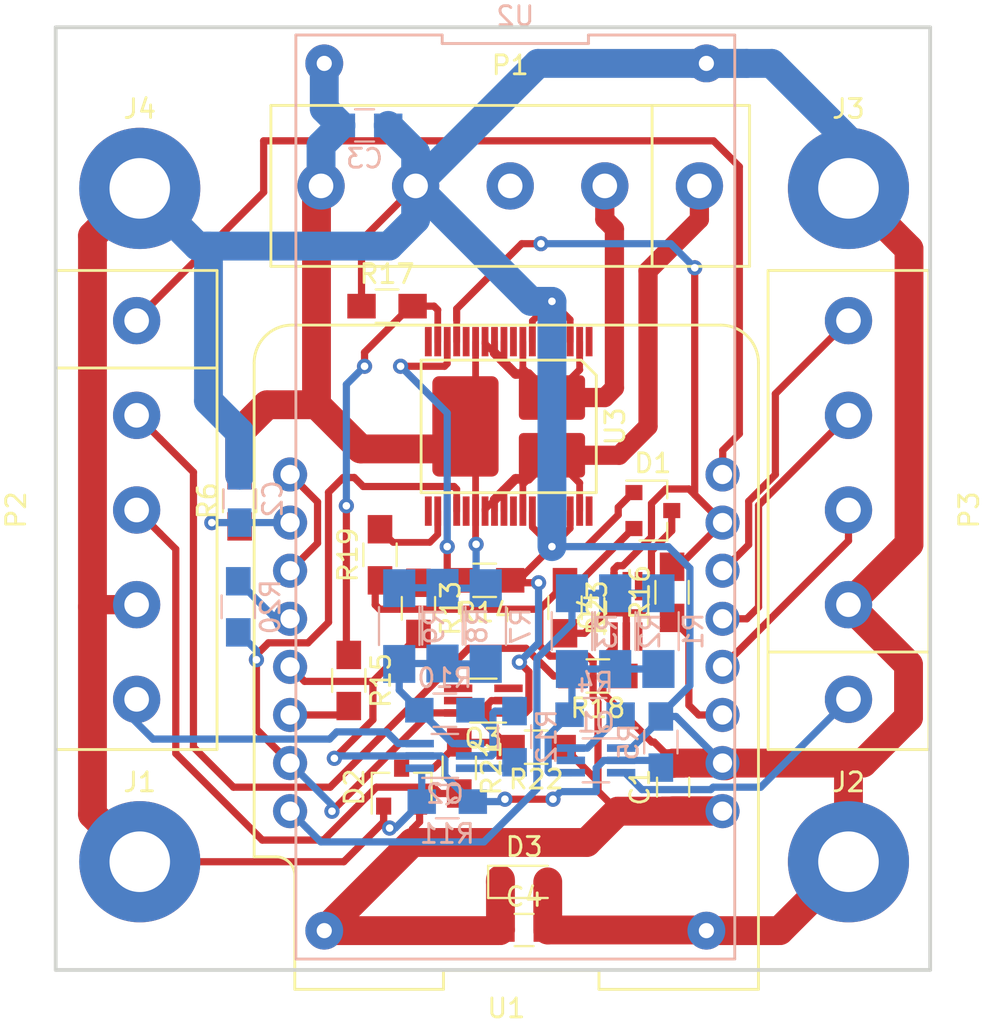
<source format=kicad_pcb>
(kicad_pcb (version 20170123) (host pcbnew "(2017-02-14 revision 58ed546)-master")

  (general
    (links 115)
    (no_connects 1)
    (area 109.119999 44.095999 155.548001 94.080001)
    (thickness 1.6)
    (drawings 4)
    (tracks 437)
    (zones 0)
    (modules 44)
    (nets 44)
  )

  (page A4)
  (layers
    (0 F.Cu signal)
    (31 B.Cu signal)
    (32 B.Adhes user)
    (33 F.Adhes user)
    (34 B.Paste user)
    (35 F.Paste user)
    (36 B.SilkS user)
    (37 F.SilkS user)
    (38 B.Mask user)
    (39 F.Mask user)
    (40 Dwgs.User user)
    (41 Cmts.User user)
    (42 Eco1.User user)
    (43 Eco2.User user)
    (44 Edge.Cuts user)
    (45 Margin user)
    (46 B.CrtYd user)
    (47 F.CrtYd user)
    (48 B.Fab user)
    (49 F.Fab user)
  )

  (setup
    (last_trace_width 0.381)
    (user_trace_width 0.2032)
    (user_trace_width 0.254)
    (user_trace_width 0.3556)
    (user_trace_width 0.381)
    (user_trace_width 0.508)
    (user_trace_width 0.762)
    (user_trace_width 1.016)
    (user_trace_width 1.524)
    (trace_clearance 0.14)
    (zone_clearance 0.508)
    (zone_45_only no)
    (trace_min 0.2)
    (segment_width 0.2)
    (edge_width 0.2)
    (via_size 0.8)
    (via_drill 0.4)
    (via_min_size 0.4)
    (via_min_drill 0.3)
    (uvia_size 0.3)
    (uvia_drill 0.1)
    (uvias_allowed no)
    (uvia_min_size 0.2)
    (uvia_min_drill 0.1)
    (pcb_text_width 0.3)
    (pcb_text_size 1.5 1.5)
    (mod_edge_width 0.15)
    (mod_text_size 1 1)
    (mod_text_width 0.15)
    (pad_size 3.2 3.2)
    (pad_drill 3.2)
    (pad_to_mask_clearance 0.2)
    (aux_axis_origin 0 0)
    (visible_elements FFFFFF9F)
    (pcbplotparams
      (layerselection 0x00030_ffffffff)
      (usegerberextensions false)
      (excludeedgelayer true)
      (linewidth 0.100000)
      (plotframeref false)
      (viasonmask false)
      (mode 1)
      (useauxorigin false)
      (hpglpennumber 1)
      (hpglpenspeed 20)
      (hpglpendiameter 15)
      (psnegative false)
      (psa4output false)
      (plotreference true)
      (plotvalue true)
      (plotinvisibletext false)
      (padsonsilk false)
      (subtractmaskfromsilk false)
      (outputformat 1)
      (mirror false)
      (drillshape 1)
      (scaleselection 1)
      (outputdirectory ""))
  )

  (net 0 "")
  (net 1 GND)
  (net 2 /BATT+)
  (net 3 VCC)
  (net 4 /EN_DIAG_B)
  (net 5 /EN_DRIVER)
  (net 6 /SW_A)
  (net 7 /MOT_PWM)
  (net 8 /EN_A)
  (net 9 /SW_B)
  (net 10 /EN_B)
  (net 11 /3V3)
  (net 12 /WAKEUP)
  (net 13 "Net-(C2-Pad1)")
  (net 14 /SWITCH_B)
  (net 15 /SWITCH_A)
  (net 16 /SW_V+)
  (net 17 /SER_3V3)
  (net 18 /OW)
  (net 19 /SDA)
  (net 20 /SCL)
  (net 21 "Net-(Q1-Pad5)")
  (net 22 "Net-(Q1-Pad4)")
  (net 23 "Net-(Q2-Pad4)")
  (net 24 "Net-(Q2-Pad5)")
  (net 25 "Net-(Q2-Pad6)")
  (net 26 "Net-(R15-Pad1)")
  (net 27 /MOT_A)
  (net 28 /MOT_B)
  (net 29 "Net-(R19-Pad2)")
  (net 30 /TX)
  (net 31 "Net-(U3-Pad36)")
  (net 32 "Net-(U3-Pad1)")
  (net 33 "Net-(U3-Pad32)")
  (net 34 "Net-(U3-Pad5)")
  (net 35 "Net-(U3-Pad28)")
  (net 36 "Net-(U3-Pad9)")
  (net 37 "Net-(U3-Pad23)")
  (net 38 "Net-(U3-Pad14)")
  (net 39 "Net-(U3-Pad19)")
  (net 40 "Net-(U3-Pad18)")
  (net 41 "Net-(P1-Pad3)")
  (net 42 "Net-(D1-Pad3)")
  (net 43 "Net-(D2-Pad3)")

  (net_class Default "This is the default net class."
    (clearance 0.14)
    (trace_width 0.25)
    (via_dia 0.8)
    (via_drill 0.4)
    (uvia_dia 0.3)
    (uvia_drill 0.1)
    (add_net /3V3)
    (add_net /BATT+)
    (add_net /EN_A)
    (add_net /EN_B)
    (add_net /EN_DIAG_B)
    (add_net /EN_DRIVER)
    (add_net /MOT_A)
    (add_net /MOT_B)
    (add_net /MOT_PWM)
    (add_net /OW)
    (add_net /SCL)
    (add_net /SDA)
    (add_net /SER_3V3)
    (add_net /SWITCH_A)
    (add_net /SWITCH_B)
    (add_net /SW_A)
    (add_net /SW_B)
    (add_net /SW_V+)
    (add_net /TX)
    (add_net /WAKEUP)
    (add_net GND)
    (add_net "Net-(C2-Pad1)")
    (add_net "Net-(D1-Pad3)")
    (add_net "Net-(D2-Pad3)")
    (add_net "Net-(P1-Pad3)")
    (add_net "Net-(Q1-Pad4)")
    (add_net "Net-(Q1-Pad5)")
    (add_net "Net-(Q2-Pad4)")
    (add_net "Net-(Q2-Pad5)")
    (add_net "Net-(Q2-Pad6)")
    (add_net "Net-(R15-Pad1)")
    (add_net "Net-(R19-Pad2)")
    (add_net "Net-(U3-Pad1)")
    (add_net "Net-(U3-Pad14)")
    (add_net "Net-(U3-Pad18)")
    (add_net "Net-(U3-Pad19)")
    (add_net "Net-(U3-Pad23)")
    (add_net "Net-(U3-Pad28)")
    (add_net "Net-(U3-Pad32)")
    (add_net "Net-(U3-Pad36)")
    (add_net "Net-(U3-Pad5)")
    (add_net "Net-(U3-Pad9)")
    (add_net VCC)
  )

  (module Resistors_SMD:R_0805_HandSoldering (layer F.Cu) (tedit 58AADA1D) (tstamp 58B58B61)
    (at 136.144 74.85 270)
    (descr "Resistor SMD 0805, hand soldering")
    (tags "resistor 0805")
    (path /58B58401)
    (attr smd)
    (fp_text reference R23 (at 0 -1.7 270) (layer F.SilkS)
      (effects (font (size 1 1) (thickness 0.15)))
    )
    (fp_text value 100k (at 0 1.75 270) (layer F.Fab)
      (effects (font (size 1 1) (thickness 0.15)))
    )
    (fp_text user %R (at 0 -1.7 270) (layer F.Fab)
      (effects (font (size 1 1) (thickness 0.15)))
    )
    (fp_line (start -1 0.62) (end -1 -0.62) (layer F.Fab) (width 0.1))
    (fp_line (start 1 0.62) (end -1 0.62) (layer F.Fab) (width 0.1))
    (fp_line (start 1 -0.62) (end 1 0.62) (layer F.Fab) (width 0.1))
    (fp_line (start -1 -0.62) (end 1 -0.62) (layer F.Fab) (width 0.1))
    (fp_line (start 0.6 0.88) (end -0.6 0.88) (layer F.SilkS) (width 0.12))
    (fp_line (start -0.6 -0.88) (end 0.6 -0.88) (layer F.SilkS) (width 0.12))
    (fp_line (start -2.35 -0.9) (end 2.35 -0.9) (layer F.CrtYd) (width 0.05))
    (fp_line (start -2.35 -0.9) (end -2.35 0.9) (layer F.CrtYd) (width 0.05))
    (fp_line (start 2.35 0.9) (end 2.35 -0.9) (layer F.CrtYd) (width 0.05))
    (fp_line (start 2.35 0.9) (end -2.35 0.9) (layer F.CrtYd) (width 0.05))
    (pad 1 smd rect (at -1.35 0 270) (size 1.5 1.3) (layers F.Cu F.Paste F.Mask)
      (net 3 VCC))
    (pad 2 smd rect (at 1.35 0 270) (size 1.5 1.3) (layers F.Cu F.Paste F.Mask)
      (net 42 "Net-(D1-Pad3)"))
    (model Resistors_SMD.3dshapes/R_0805.wrl
      (at (xyz 0 0 0))
      (scale (xyz 1 1 1))
      (rotate (xyz 0 0 0))
    )
  )

  (module Resistors_SMD:R_0805_HandSoldering (layer F.Cu) (tedit 58AADA1D) (tstamp 58B58A50)
    (at 134.62 82.216 180)
    (descr "Resistor SMD 0805, hand soldering")
    (tags "resistor 0805")
    (path /58B5AF00)
    (attr smd)
    (fp_text reference R22 (at 0 -1.7 180) (layer F.SilkS)
      (effects (font (size 1 1) (thickness 0.15)))
    )
    (fp_text value 100k (at 0 1.75 180) (layer F.Fab)
      (effects (font (size 1 1) (thickness 0.15)))
    )
    (fp_text user %R (at 0 -1.7 180) (layer F.Fab)
      (effects (font (size 1 1) (thickness 0.15)))
    )
    (fp_line (start -1 0.62) (end -1 -0.62) (layer F.Fab) (width 0.1))
    (fp_line (start 1 0.62) (end -1 0.62) (layer F.Fab) (width 0.1))
    (fp_line (start 1 -0.62) (end 1 0.62) (layer F.Fab) (width 0.1))
    (fp_line (start -1 -0.62) (end 1 -0.62) (layer F.Fab) (width 0.1))
    (fp_line (start 0.6 0.88) (end -0.6 0.88) (layer F.SilkS) (width 0.12))
    (fp_line (start -0.6 -0.88) (end 0.6 -0.88) (layer F.SilkS) (width 0.12))
    (fp_line (start -2.35 -0.9) (end 2.35 -0.9) (layer F.CrtYd) (width 0.05))
    (fp_line (start -2.35 -0.9) (end -2.35 0.9) (layer F.CrtYd) (width 0.05))
    (fp_line (start 2.35 0.9) (end 2.35 -0.9) (layer F.CrtYd) (width 0.05))
    (fp_line (start 2.35 0.9) (end -2.35 0.9) (layer F.CrtYd) (width 0.05))
    (pad 1 smd rect (at -1.35 0 180) (size 1.5 1.3) (layers F.Cu F.Paste F.Mask)
      (net 3 VCC))
    (pad 2 smd rect (at 1.35 0 180) (size 1.5 1.3) (layers F.Cu F.Paste F.Mask)
      (net 43 "Net-(D2-Pad3)"))
    (model Resistors_SMD.3dshapes/R_0805.wrl
      (at (xyz 0 0 0))
      (scale (xyz 1 1 1))
      (rotate (xyz 0 0 0))
    )
  )

  (module TO_SOT_Packages_SMD:SOT-363_SC-70-6_Handsoldering (layer F.Cu) (tedit 58962036) (tstamp 58B587F9)
    (at 131.826 79.756 180)
    (descr "SOT-363, SC-70-6, Handsoldering")
    (path /58B5A0FE)
    (attr smd)
    (fp_text reference Q3 (at 0 -2 180) (layer F.SilkS)
      (effects (font (size 1 1) (thickness 0.15)))
    )
    (fp_text value P/N_MOS (at 0 2) (layer F.Fab)
      (effects (font (size 1 1) (thickness 0.15)))
    )
    (fp_line (start -0.175 -1.1) (end -0.675 -0.6) (layer F.Fab) (width 0.1))
    (fp_line (start 0.675 1.1) (end -0.675 1.1) (layer F.Fab) (width 0.1))
    (fp_line (start 0.675 -1.1) (end 0.675 1.1) (layer F.Fab) (width 0.1))
    (fp_line (start -0.675 -0.6) (end -0.675 1.1) (layer F.Fab) (width 0.1))
    (fp_line (start 0.675 -1.1) (end -0.175 -1.1) (layer F.Fab) (width 0.1))
    (fp_line (start -2.4 -1.4) (end 2.4 -1.4) (layer F.CrtYd) (width 0.05))
    (fp_line (start -2.4 -1.4) (end -2.4 1.4) (layer F.CrtYd) (width 0.05))
    (fp_line (start 2.4 1.4) (end 2.4 -1.4) (layer F.CrtYd) (width 0.05))
    (fp_line (start -0.7 1.16) (end 0.7 1.16) (layer F.SilkS) (width 0.12))
    (fp_line (start 0.7 -1.16) (end -1.2 -1.16) (layer F.SilkS) (width 0.12))
    (fp_line (start -2.4 1.4) (end 2.4 1.4) (layer F.CrtYd) (width 0.05))
    (pad 6 smd rect (at 1.33 -0.65 180) (size 1.5 0.4) (layers F.Cu F.Paste F.Mask)
      (net 9 /SW_B))
    (pad 5 smd rect (at 1.33 0 180) (size 1.5 0.4) (layers F.Cu F.Paste F.Mask))
    (pad 4 smd rect (at 1.33 0.65 180) (size 1.5 0.4) (layers F.Cu F.Paste F.Mask))
    (pad 3 smd rect (at -1.33 0.65 180) (size 1.5 0.4) (layers F.Cu F.Paste F.Mask))
    (pad 2 smd rect (at -1.33 0 180) (size 1.5 0.4) (layers F.Cu F.Paste F.Mask)
      (net 43 "Net-(D2-Pad3)"))
    (pad 1 smd rect (at -1.33 -0.65 180) (size 1.5 0.4) (layers F.Cu F.Paste F.Mask)
      (net 1 GND))
    (model TO_SOT_Packages_SMD.3dshapes/SC-70-6.wrl
      (at (xyz 0 0 0))
      (scale (xyz 1 1 1))
      (rotate (xyz 0 0 90))
    )
  )

  (module TO_SOT_Packages_SMD:SOT-363_SC-70-6_Handsoldering (layer F.Cu) (tedit 58962036) (tstamp 58B587DD)
    (at 139.386 75.042 90)
    (descr "SOT-363, SC-70-6, Handsoldering")
    (path /58B5726A)
    (attr smd)
    (fp_text reference Q4 (at 0 -2 90) (layer F.SilkS)
      (effects (font (size 1 1) (thickness 0.15)))
    )
    (fp_text value P/N_MOS (at 0 2 270) (layer F.Fab)
      (effects (font (size 1 1) (thickness 0.15)))
    )
    (fp_line (start -2.4 1.4) (end 2.4 1.4) (layer F.CrtYd) (width 0.05))
    (fp_line (start 0.7 -1.16) (end -1.2 -1.16) (layer F.SilkS) (width 0.12))
    (fp_line (start -0.7 1.16) (end 0.7 1.16) (layer F.SilkS) (width 0.12))
    (fp_line (start 2.4 1.4) (end 2.4 -1.4) (layer F.CrtYd) (width 0.05))
    (fp_line (start -2.4 -1.4) (end -2.4 1.4) (layer F.CrtYd) (width 0.05))
    (fp_line (start -2.4 -1.4) (end 2.4 -1.4) (layer F.CrtYd) (width 0.05))
    (fp_line (start 0.675 -1.1) (end -0.175 -1.1) (layer F.Fab) (width 0.1))
    (fp_line (start -0.675 -0.6) (end -0.675 1.1) (layer F.Fab) (width 0.1))
    (fp_line (start 0.675 -1.1) (end 0.675 1.1) (layer F.Fab) (width 0.1))
    (fp_line (start 0.675 1.1) (end -0.675 1.1) (layer F.Fab) (width 0.1))
    (fp_line (start -0.175 -1.1) (end -0.675 -0.6) (layer F.Fab) (width 0.1))
    (pad 1 smd rect (at -1.33 -0.65 90) (size 1.5 0.4) (layers F.Cu F.Paste F.Mask)
      (net 1 GND))
    (pad 2 smd rect (at -1.33 0 90) (size 1.5 0.4) (layers F.Cu F.Paste F.Mask)
      (net 42 "Net-(D1-Pad3)"))
    (pad 3 smd rect (at -1.33 0.65 90) (size 1.5 0.4) (layers F.Cu F.Paste F.Mask))
    (pad 4 smd rect (at 1.33 0.65 90) (size 1.5 0.4) (layers F.Cu F.Paste F.Mask))
    (pad 5 smd rect (at 1.33 0 90) (size 1.5 0.4) (layers F.Cu F.Paste F.Mask))
    (pad 6 smd rect (at 1.33 -0.65 90) (size 1.5 0.4) (layers F.Cu F.Paste F.Mask)
      (net 6 /SW_A))
    (model TO_SOT_Packages_SMD.3dshapes/SC-70-6.wrl
      (at (xyz 0 0 0))
      (scale (xyz 1 1 1))
      (rotate (xyz 0 0 90))
    )
  )

  (module wemos-d1-mini:wemos-d1-mini-with-pin-header-and-connector locked (layer F.Cu) (tedit 58B56593) (tstamp 58C5F1DB)
    (at 133.041184 76.70436 90)
    (path /5874C844)
    (fp_text reference U1 (at -19.3 0 180) (layer F.SilkS)
      (effects (font (size 1 1) (thickness 0.15)))
    )
    (fp_text value WeMos_mini (at 0 0 90) (layer F.Fab)
      (effects (font (size 1 1) (thickness 0.15)))
    )
    (fp_line (start -18.3 13.33) (end 14.78 13.33) (layer F.SilkS) (width 0.15))
    (fp_line (start 16.78 11.33) (end 16.78 -11.33) (layer F.SilkS) (width 0.15))
    (fp_line (start 14.78 -13.33) (end -11.3 -13.33) (layer F.SilkS) (width 0.15))
    (fp_line (start -18.3 -11.18) (end -18.3 -3.32) (layer F.SilkS) (width 0.15))
    (fp_line (start -18.3 -3.32) (end -17.3 -3.32) (layer F.SilkS) (width 0.15))
    (fp_line (start -17.3 -3.32) (end -17.3 4.9) (layer F.SilkS) (width 0.15))
    (fp_line (start -17.3 4.9) (end -18.3 4.9) (layer F.SilkS) (width 0.15))
    (fp_line (start -18.3 4.9) (end -18.3 13.329999) (layer F.SilkS) (width 0.15))
    (fp_line (start -11.48 -13.5) (end 14.85 -13.5) (layer F.CrtYd) (width 0.05))
    (fp_line (start 16.94 -11.5) (end 16.94 11.5) (layer F.CrtYd) (width 0.05))
    (fp_line (start 14.94 13.5) (end -18.46 13.5) (layer F.CrtYd) (width 0.05))
    (fp_line (start -18.46 13.5) (end -18.46 -11.33) (layer F.CrtYd) (width 0.05))
    (fp_arc (start 14.78 -11.33) (end 14.78 -13.33) (angle 90) (layer F.SilkS) (width 0.15))
    (fp_arc (start 14.78 11.33) (end 16.78 11.33) (angle 90) (layer F.SilkS) (width 0.15))
    (fp_arc (start 14.94 11.5) (end 16.94 11.5) (angle 90) (layer F.CrtYd) (width 0.05))
    (fp_arc (start 14.94 -11.5) (end 14.85 -13.5) (angle 92.57657183) (layer F.CrtYd) (width 0.05))
    (fp_line (start -18.3 -11.18) (end -12.3 -11.18) (layer F.SilkS) (width 0.15))
    (fp_arc (start -12.3 -12.18) (end -11.3 -12.18) (angle 90) (layer F.SilkS) (width 0.15))
    (fp_line (start -11.3 -12.17) (end -11.3 -13.33) (layer F.SilkS) (width 0.15))
    (fp_line (start -11.3 -13.33) (end -11.3 -13.33) (layer F.SilkS) (width 0.15))
    (fp_line (start -11.48 -13.5) (end -11.48 -12.33) (layer F.CrtYd) (width 0.05))
    (fp_line (start -18.46 -11.33) (end -12.48 -11.33) (layer F.CrtYd) (width 0.05))
    (fp_arc (start -12.48 -12.33) (end -11.48 -12.33) (angle 90) (layer F.CrtYd) (width 0.05))
    (pad 16 thru_hole circle (at -8.89 -11.43 90) (size 1.8 1.8) (drill 1.016) (layers *.Cu *.Mask)
      (net 11 /3V3))
    (pad 1 thru_hole circle (at -8.89 11.43 90) (size 1.8 1.8) (drill 1.016) (layers *.Cu *.Mask)
      (net 3 VCC))
    (pad 15 thru_hole circle (at -6.35 -11.43 90) (size 1.8 1.8) (drill 1.016) (layers *.Cu *.Mask)
      (net 9 /SW_B))
    (pad 2 thru_hole circle (at -6.35 11.43 90) (size 1.8 1.8) (drill 1.016) (layers *.Cu *.Mask)
      (net 1 GND))
    (pad 14 thru_hole circle (at -3.81 -11.43 90) (size 1.8 1.8) (drill 1.016) (layers *.Cu *.Mask)
      (net 7 /MOT_PWM))
    (pad 3 thru_hole circle (at -3.81 11.43 90) (size 1.8 1.8) (drill 1.016) (layers *.Cu *.Mask)
      (net 8 /EN_A))
    (pad 13 thru_hole circle (at -1.27 -11.43 90) (size 1.8 1.8) (drill 1.016) (layers *.Cu *.Mask)
      (net 5 /EN_DRIVER))
    (pad 4 thru_hole circle (at -1.27 11.43 90) (size 1.8 1.8) (drill 1.016) (layers *.Cu *.Mask)
      (net 18 /OW))
    (pad 12 thru_hole circle (at 1.27 -11.43 90) (size 1.8 1.8) (drill 1.016) (layers *.Cu *.Mask)
      (net 10 /EN_B))
    (pad 5 thru_hole circle (at 1.27 11.43 90) (size 1.8 1.8) (drill 1.016) (layers *.Cu *.Mask)
      (net 19 /SDA))
    (pad 11 thru_hole circle (at 3.81 -11.43 90) (size 1.8 1.8) (drill 1.016) (layers *.Cu *.Mask)
      (net 12 /WAKEUP))
    (pad 6 thru_hole circle (at 3.81 11.43 90) (size 1.8 1.8) (drill 1.016) (layers *.Cu *.Mask)
      (net 20 /SCL))
    (pad 10 thru_hole circle (at 6.35 -11.43 90) (size 1.8 1.8) (drill 1.016) (layers *.Cu *.Mask)
      (net 13 "Net-(C2-Pad1)"))
    (pad 7 thru_hole circle (at 6.35 11.43 90) (size 1.8 1.8) (drill 1.016) (layers *.Cu *.Mask)
      (net 6 /SW_A))
    (pad 9 thru_hole circle (at 8.89 -11.43 90) (size 1.8 1.8) (drill 1.016) (layers *.Cu *.Mask)
      (net 12 /WAKEUP))
    (pad 8 thru_hole circle (at 8.89 11.43 90) (size 1.8 1.8) (drill 1.016) (layers *.Cu *.Mask)
      (net 30 /TX))
    (model ${KIPRJMOD}/3dshapes/wemos_d1_mini.3dshapes/d1_mini_shield.wrlxx
      (at (xyz -0.7047244094488189 -0.5039370078740159 0.3307086614173229))
      (scale (xyz 0.3937 0.3937 0.3937))
      (rotate (xyz 0 180 90))
    )
    (model ${KIPRJMOD}/3dshapes/wemos_d1_mini.3dshapes/SLW-108-01-G-S.wrl
      (at (xyz 0 -0.4488188976377953 0))
      (scale (xyz 0.3937 0.3937 0.3937))
      (rotate (xyz -90 0 0))
    )
    (model ${KIPRJMOD}/3dshapes/wemos_d1_mini.3dshapes/SLW-108-01-G-S.wrl
      (at (xyz 0 0.4488188976377953 0))
      (scale (xyz 0.3937 0.3937 0.3937))
      (rotate (xyz -90 0 0))
    )
    (model ${KIPRJMOD}/3dshapes/wemos_d1_mini.3dshapes/TSW-108-05-G-S.wrl
      (at (xyz 0 -0.4488188976377953 0.2874015748031496))
      (scale (xyz 0.3937 0.3937 0.3937))
      (rotate (xyz 90 0 0))
    )
    (model ${KIPRJMOD}/3dshapes/wemos_d1_mini.3dshapes/TSW-108-05-G-S.wrl
      (at (xyz 0 0.4488188976377953 0.2874015748031496))
      (scale (xyz 0.3937 0.3937 0.3937))
      (rotate (xyz 90 0 0))
    )
  )

  (module n9505-step-down:n9595 locked (layer B.Cu) (tedit 58B53BC9) (tstamp 58B55DA5)
    (at 133.518184 69.00436 270)
    (path /58A29F62)
    (fp_text reference U2 (at -25.4 0 180) (layer B.SilkS)
      (effects (font (size 1 1) (thickness 0.15)) (justify mirror))
    )
    (fp_text value N9505 (at 0 0 270) (layer B.Fab)
      (effects (font (size 1 1) (thickness 0.15)) (justify mirror))
    )
    (fp_line (start -24.55 -11.75) (end -24.55 11.75) (layer B.CrtYd) (width 0.05))
    (fp_line (start 24.55 -11.75) (end -24.55 -11.75) (layer B.CrtYd) (width 0.05))
    (fp_line (start 24.55 11.75) (end 24.55 -11.75) (layer B.CrtYd) (width 0.05))
    (fp_line (start -24.55 11.75) (end 24.55 11.75) (layer B.CrtYd) (width 0.05))
    (fp_line (start -24.4 -3.866666) (end -24.4 -11.599999) (layer B.SilkS) (width 0.15))
    (fp_line (start -23.95 -3.866666) (end -24.4 -3.866666) (layer B.SilkS) (width 0.15))
    (fp_line (start -23.95 3.866666) (end -23.95 -3.866666) (layer B.SilkS) (width 0.15))
    (fp_line (start -24.4 3.866666) (end -23.95 3.866666) (layer B.SilkS) (width 0.15))
    (fp_line (start -24.4 11.6) (end -24.4 3.866666) (layer B.SilkS) (width 0.15))
    (fp_line (start 24.4 11.599999) (end -24.4 11.6) (layer B.SilkS) (width 0.15))
    (fp_line (start 24.4 -11.6) (end 24.4 11.599999) (layer B.SilkS) (width 0.15))
    (fp_line (start -24.4 -11.599999) (end 24.4 -11.6) (layer B.SilkS) (width 0.15))
    (pad 3 thru_hole circle (at 22.9 -10.1 270) (size 2 2) (drill 0.8) (layers *.Cu *.Mask)
      (net 1 GND))
    (pad 4 thru_hole circle (at 22.9 10.1 270) (size 2 2) (drill 0.8) (layers *.Cu *.Mask)
      (net 3 VCC))
    (pad 2 thru_hole circle (at -22.9 -10.1 270) (size 2 2) (drill 0.8) (layers *.Cu *.Mask)
      (net 1 GND))
    (pad 1 thru_hole circle (at -22.9 10.1 270) (size 2 2) (drill 0.8) (layers *.Cu *.Mask)
      (net 2 /BATT+))
    (model ${KIPRJMOD}/3dshapes/n9505-step-down.3dshapes/step-down-n9505.wrl
      (at (xyz 0 0 0.1968503937007874))
      (scale (xyz 0.3937 0.3937 0.3937))
      (rotate (xyz 0 0 0))
    )
  )

  (module power-sso-36-tp:PowerSOIC-36 (layer F.Cu) (tedit 58B51750) (tstamp 58B54A59)
    (at 133.168184 65.27436 180)
    (path /58A23F29)
    (attr smd)
    (fp_text reference U3 (at -5.63 0 270) (layer F.SilkS)
      (effects (font (size 1 1) (thickness 0.15)))
    )
    (fp_text value VHN5180A-E (at -0.254 -6.096 180) (layer F.Fab)
      (effects (font (size 1 1) (thickness 0.15)))
    )
    (fp_line (start -3.83 3.5) (end -4.63 2.7) (layer F.SilkS) (width 0.15))
    (fp_line (start -4.63 2.7) (end -4.63 -3.5) (layer F.SilkS) (width 0.15))
    (fp_line (start -4.63 -3.5) (end 4.63 -3.5) (layer F.SilkS) (width 0.15))
    (fp_line (start 4.63 -3.5) (end 4.63 3.5) (layer F.SilkS) (width 0.15))
    (fp_line (start 4.63 3.5) (end -3.83 3.5) (layer F.SilkS) (width 0.15))
    (fp_line (start -4.8 -3.65) (end 4.8 -3.65) (layer F.CrtYd) (width 0.05))
    (fp_line (start 4.8 -3.65) (end 4.8 3.65) (layer F.CrtYd) (width 0.05))
    (fp_line (start 4.8 3.65) (end -4.8 3.65) (layer F.CrtYd) (width 0.05))
    (fp_line (start -4.8 3.65) (end -4.8 -3.65) (layer F.CrtYd) (width 0.05))
    (pad 36 smd rect (at -4.25 -4.475 180) (size 0.36 1.55) (layers F.Cu F.Paste F.Mask)
      (net 31 "Net-(U3-Pad36)"))
    (pad 1 smd rect (at -4.25 4.475 180) (size 0.36 1.55) (layers F.Cu F.Paste F.Mask)
      (net 32 "Net-(U3-Pad1)"))
    (pad 35 smd rect (at -3.75 -4.475 180) (size 0.36 1.55) (layers F.Cu F.Paste F.Mask)
      (net 28 /MOT_B))
    (pad 2 smd rect (at -3.75 4.475 180) (size 0.36 1.55) (layers F.Cu F.Paste F.Mask)
      (net 27 /MOT_A))
    (pad 34 smd rect (at -3.25 -4.475 180) (size 0.36 1.55) (layers F.Cu F.Paste F.Mask)
      (net 1 GND))
    (pad 3 smd rect (at -3.25 4.475 180) (size 0.36 1.55) (layers F.Cu F.Paste F.Mask)
      (net 1 GND))
    (pad 33 smd rect (at -2.75 -4.475 180) (size 0.36 1.55) (layers F.Cu F.Paste F.Mask)
      (net 1 GND))
    (pad 4 smd rect (at -2.75 4.475 180) (size 0.36 1.55) (layers F.Cu F.Paste F.Mask)
      (net 1 GND))
    (pad 32 smd rect (at -2.25 -4.475 180) (size 0.36 1.55) (layers F.Cu F.Paste F.Mask)
      (net 33 "Net-(U3-Pad32)"))
    (pad 5 smd rect (at -2.25 4.475 180) (size 0.36 1.55) (layers F.Cu F.Paste F.Mask)
      (net 34 "Net-(U3-Pad5)"))
    (pad 31 smd rect (at -1.75 -4.475 180) (size 0.36 1.55) (layers F.Cu F.Paste F.Mask)
      (net 1 GND))
    (pad 6 smd rect (at -1.75 4.475 180) (size 0.36 1.55) (layers F.Cu F.Paste F.Mask)
      (net 1 GND))
    (pad 30 smd rect (at -1.25 -4.475 180) (size 0.36 1.55) (layers F.Cu F.Paste F.Mask)
      (net 1 GND))
    (pad 7 smd rect (at -1.25 4.475 180) (size 0.36 1.55) (layers F.Cu F.Paste F.Mask)
      (net 1 GND))
    (pad 29 smd rect (at -0.75 -4.475 180) (size 0.36 1.55) (layers F.Cu F.Paste F.Mask)
      (net 28 /MOT_B))
    (pad 8 smd rect (at -0.75 4.475 180) (size 0.36 1.55) (layers F.Cu F.Paste F.Mask)
      (net 27 /MOT_A))
    (pad 28 smd rect (at -0.25 -4.475 180) (size 0.36 1.55) (layers F.Cu F.Paste F.Mask)
      (net 35 "Net-(U3-Pad28)"))
    (pad 9 smd rect (at -0.25 4.475 180) (size 0.36 1.55) (layers F.Cu F.Paste F.Mask)
      (net 36 "Net-(U3-Pad9)"))
    (pad 27 smd rect (at 0.25 -4.475 180) (size 0.36 1.55) (layers F.Cu F.Paste F.Mask)
      (net 28 /MOT_B))
    (pad 10 smd rect (at 0.25 4.475 180) (size 0.36 1.55) (layers F.Cu F.Paste F.Mask)
      (net 27 /MOT_A))
    (pad 26 smd rect (at 0.75 -4.475 180) (size 0.36 1.55) (layers F.Cu F.Paste F.Mask)
      (net 28 /MOT_B))
    (pad 11 smd rect (at 0.75 4.475 180) (size 0.36 1.55) (layers F.Cu F.Paste F.Mask)
      (net 27 /MOT_A))
    (pad 25 smd rect (at 1.25 -4.475 180) (size 0.36 1.55) (layers F.Cu F.Paste F.Mask)
      (net 28 /MOT_B))
    (pad 12 smd rect (at 1.25 4.475 180) (size 0.36 1.55) (layers F.Cu F.Paste F.Mask)
      (net 27 /MOT_A))
    (pad 24 smd rect (at 1.75 -4.475 180) (size 0.36 1.55) (layers F.Cu F.Paste F.Mask)
      (net 2 /BATT+))
    (pad 13 smd rect (at 1.75 4.475 180) (size 0.36 1.55) (layers F.Cu F.Paste F.Mask)
      (net 2 /BATT+))
    (pad 23 smd rect (at 2.25 -4.475 180) (size 0.36 1.55) (layers F.Cu F.Paste F.Mask)
      (net 37 "Net-(U3-Pad23)"))
    (pad 14 smd rect (at 2.25 4.475 180) (size 0.36 1.55) (layers F.Cu F.Paste F.Mask)
      (net 38 "Net-(U3-Pad14)"))
    (pad 22 smd rect (at 2.75 -4.475 180) (size 0.36 1.55) (layers F.Cu F.Paste F.Mask)
      (net 9 /SW_B))
    (pad 15 smd rect (at 2.75 4.475 180) (size 0.36 1.55) (layers F.Cu F.Paste F.Mask)
      (net 6 /SW_A))
    (pad 21 smd rect (at 3.25 -4.475 180) (size 0.36 1.55) (layers F.Cu F.Paste F.Mask)
      (net 4 /EN_DIAG_B))
    (pad 16 smd rect (at 3.25 4.475 180) (size 0.36 1.55) (layers F.Cu F.Paste F.Mask)
      (net 4 /EN_DIAG_B))
    (pad 20 smd rect (at 3.75 -4.475 180) (size 0.36 1.55) (layers F.Cu F.Paste F.Mask)
      (net 29 "Net-(R19-Pad2)"))
    (pad 17 smd rect (at 3.75 4.475 180) (size 0.36 1.55) (layers F.Cu F.Paste F.Mask)
      (net 26 "Net-(R15-Pad1)"))
    (pad 19 smd rect (at 4.25 -4.475 180) (size 0.36 1.55) (layers F.Cu F.Paste F.Mask)
      (net 39 "Net-(U3-Pad19)"))
    (pad 18 smd rect (at 4.25 4.475 180) (size 0.36 1.55) (layers F.Cu F.Paste F.Mask)
      (net 40 "Net-(U3-Pad18)"))
    (pad 38 smd roundrect (at -2.286 1.524 180) (size 3.5 2.35) (layers F.Cu F.Paste F.Mask)(roundrect_rratio 0.1)
      (net 27 /MOT_A))
    (pad 39 smd roundrect (at -2.286 -1.524 180) (size 3.5 2.35) (layers F.Cu F.Paste F.Mask)(roundrect_rratio 0.1)
      (net 28 /MOT_B))
    (pad 37 smd roundrect (at 2.286 0 180) (size 3.5 5.3) (layers F.Cu F.Paste F.Mask)(roundrect_rratio 0.1)
      (net 2 /BATT+))
    (model ${KIPRJMOD}/3dshapes/power-sso-36-tp.3dshapes/PowerSSO-36.wrl
      (at (xyz 0 0 0))
      (scale (xyz 0.393700787 0.393700787 0.393700787))
      (rotate (xyz -90 0 90))
    )
  )

  (module horizontal-cable-lentry-1317:SIP-5_1317 (layer F.Cu) (tedit 58B46510) (tstamp 58B523F6)
    (at 113.5 69.69 270)
    (path /58A2038D)
    (fp_text reference P2 (at 0 6.375 270) (layer F.SilkS)
      (effects (font (size 1 1) (thickness 0.15)))
    )
    (fp_text value CONN_SW (at 0 -6.375 270) (layer F.Fab)
      (effects (font (size 1 1) (thickness 0.15)))
    )
    (fp_line (start -12.8 4.4) (end -12.8 -4.4) (layer F.CrtYd) (width 0.05))
    (fp_line (start 12.8 4.4) (end -12.8 4.4) (layer F.CrtYd) (width 0.05))
    (fp_line (start 12.8 -4.4) (end 12.8 4.4) (layer F.CrtYd) (width 0.05))
    (fp_line (start -12.8 -4.4) (end 12.8 -4.4) (layer F.CrtYd) (width 0.05))
    (fp_line (start -7.5 -4.25) (end -7.5 4.25) (layer F.SilkS) (width 0.15))
    (fp_line (start -12.65 4.25) (end -12.65 -4.25) (layer F.SilkS) (width 0.15))
    (fp_line (start 12.65 4.25) (end -12.65 4.25) (layer F.SilkS) (width 0.15))
    (fp_line (start 12.65 -4.25) (end 12.65 4.25) (layer F.SilkS) (width 0.15))
    (fp_line (start -12.65 -4.25) (end 12.65 -4.25) (layer F.SilkS) (width 0.15))
    (pad 5 thru_hole circle (at 10 0 270) (size 2.5 2.5) (drill 1.3) (layers *.Cu *.Mask)
      (net 16 /SW_V+))
    (pad 4 thru_hole circle (at 5 0 270) (size 2.5 2.5) (drill 1.3) (layers *.Cu *.Mask)
      (net 1 GND))
    (pad 3 thru_hole circle (at 0 0 270) (size 2.5 2.5) (drill 1.3) (layers *.Cu *.Mask)
      (net 14 /SWITCH_B))
    (pad 2 thru_hole circle (at -5 0 270) (size 2.5 2.5) (drill 1.3) (layers *.Cu *.Mask)
      (net 15 /SWITCH_A))
    (pad 1 thru_hole circle (at -10 0 270) (size 2.5 2.5) (drill 1.3) (layers *.Cu *.Mask)
      (net 30 /TX))
    (model ${KIPRJMOD}/3dshapes/horizontal-cable-lentry-1317.3dshapes/horizontal-cable-entry-3137-5.wrl
      (at (xyz 0 0 0.2440944881889764))
      (scale (xyz 0.393700787 0.393700787 0.393700787))
      (rotate (xyz 0 0 0))
    )
  )

  (module horizontal-cable-lentry-1317:SIP-5_1317 (layer F.Cu) (tedit 58B46510) (tstamp 58B52593)
    (at 151.13 69.69 90)
    (path /58A204AB)
    (fp_text reference P3 (at 0 6.375 90) (layer F.SilkS)
      (effects (font (size 1 1) (thickness 0.15)))
    )
    (fp_text value CONN_SERIAL (at 0 -6.375 90) (layer F.Fab)
      (effects (font (size 1 1) (thickness 0.15)))
    )
    (fp_line (start -12.8 4.4) (end -12.8 -4.4) (layer F.CrtYd) (width 0.05))
    (fp_line (start 12.8 4.4) (end -12.8 4.4) (layer F.CrtYd) (width 0.05))
    (fp_line (start 12.8 -4.4) (end 12.8 4.4) (layer F.CrtYd) (width 0.05))
    (fp_line (start -12.8 -4.4) (end 12.8 -4.4) (layer F.CrtYd) (width 0.05))
    (fp_line (start -7.5 -4.25) (end -7.5 4.25) (layer F.SilkS) (width 0.15))
    (fp_line (start -12.65 4.25) (end -12.65 -4.25) (layer F.SilkS) (width 0.15))
    (fp_line (start 12.65 4.25) (end -12.65 4.25) (layer F.SilkS) (width 0.15))
    (fp_line (start 12.65 -4.25) (end 12.65 4.25) (layer F.SilkS) (width 0.15))
    (fp_line (start -12.65 -4.25) (end 12.65 -4.25) (layer F.SilkS) (width 0.15))
    (pad 5 thru_hole circle (at 10 0 90) (size 2.5 2.5) (drill 1.3) (layers *.Cu *.Mask)
      (net 20 /SCL))
    (pad 4 thru_hole circle (at 5 0 90) (size 2.5 2.5) (drill 1.3) (layers *.Cu *.Mask)
      (net 19 /SDA))
    (pad 3 thru_hole circle (at 0 0 90) (size 2.5 2.5) (drill 1.3) (layers *.Cu *.Mask)
      (net 18 /OW))
    (pad 2 thru_hole circle (at -5 0 90) (size 2.5 2.5) (drill 1.3) (layers *.Cu *.Mask)
      (net 1 GND))
    (pad 1 thru_hole circle (at -10 0 90) (size 2.5 2.5) (drill 1.3) (layers *.Cu *.Mask)
      (net 17 /SER_3V3))
    (model ${KIPRJMOD}/3dshapes/horizontal-cable-lentry-1317.3dshapes/horizontal-cable-entry-3137-5.wrl
      (at (xyz 0 0 0.2440944881889764))
      (scale (xyz 0.393700787 0.393700787 0.393700787))
      (rotate (xyz 0 0 0))
    )
  )

  (module Resistors_SMD:R_0805_HandSoldering (layer B.Cu) (tedit 58AADA1D) (tstamp 58B30394)
    (at 129.794 80.264 180)
    (descr "Resistor SMD 0805, hand soldering")
    (tags "resistor 0805")
    (path /58A35814)
    (attr smd)
    (fp_text reference R10 (at 0 1.7 180) (layer B.SilkS)
      (effects (font (size 1 1) (thickness 0.15)) (justify mirror))
    )
    (fp_text value 100k (at 0 -1.75 180) (layer B.Fab)
      (effects (font (size 1 1) (thickness 0.15)) (justify mirror))
    )
    (fp_line (start 2.35 -0.9) (end -2.35 -0.9) (layer B.CrtYd) (width 0.05))
    (fp_line (start 2.35 -0.9) (end 2.35 0.9) (layer B.CrtYd) (width 0.05))
    (fp_line (start -2.35 0.9) (end -2.35 -0.9) (layer B.CrtYd) (width 0.05))
    (fp_line (start -2.35 0.9) (end 2.35 0.9) (layer B.CrtYd) (width 0.05))
    (fp_line (start -0.6 0.88) (end 0.6 0.88) (layer B.SilkS) (width 0.12))
    (fp_line (start 0.6 -0.88) (end -0.6 -0.88) (layer B.SilkS) (width 0.12))
    (fp_line (start -1 0.62) (end 1 0.62) (layer B.Fab) (width 0.1))
    (fp_line (start 1 0.62) (end 1 -0.62) (layer B.Fab) (width 0.1))
    (fp_line (start 1 -0.62) (end -1 -0.62) (layer B.Fab) (width 0.1))
    (fp_line (start -1 -0.62) (end -1 0.62) (layer B.Fab) (width 0.1))
    (fp_text user %R (at 0 1.7 180) (layer B.Fab)
      (effects (font (size 1 1) (thickness 0.15)) (justify mirror))
    )
    (pad 2 smd rect (at 1.35 0 180) (size 1.5 1.3) (layers B.Cu B.Paste B.Mask)
      (net 23 "Net-(Q2-Pad4)"))
    (pad 1 smd rect (at -1.35 0 180) (size 1.5 1.3) (layers B.Cu B.Paste B.Mask)
      (net 24 "Net-(Q2-Pad5)"))
    (model Resistors_SMD.3dshapes/R_0805.wrl
      (at (xyz 0 0 0))
      (scale (xyz 1 1 1))
      (rotate (xyz 0 0 0))
    )
  )

  (module Resistors_SMD:R_1206_HandSoldering (layer B.Cu) (tedit 58AADA36) (tstamp 58B3038E)
    (at 127.381 75.819 90)
    (descr "Resistor SMD 1206, hand soldering")
    (tags "resistor 1206")
    (path /58B2CBA2)
    (attr smd)
    (fp_text reference R9 (at 0 1.85 90) (layer B.SilkS)
      (effects (font (size 1 1) (thickness 0.15)) (justify mirror))
    )
    (fp_text value 100 (at 0 -1.9 90) (layer B.Fab)
      (effects (font (size 1 1) (thickness 0.15)) (justify mirror))
    )
    (fp_line (start 3.25 -1.1) (end -3.25 -1.1) (layer B.CrtYd) (width 0.05))
    (fp_line (start 3.25 -1.1) (end 3.25 1.11) (layer B.CrtYd) (width 0.05))
    (fp_line (start -3.25 1.11) (end -3.25 -1.1) (layer B.CrtYd) (width 0.05))
    (fp_line (start -3.25 1.11) (end 3.25 1.11) (layer B.CrtYd) (width 0.05))
    (fp_line (start -1 1.07) (end 1 1.07) (layer B.SilkS) (width 0.12))
    (fp_line (start 1 -1.07) (end -1 -1.07) (layer B.SilkS) (width 0.12))
    (fp_line (start -1.6 0.8) (end 1.6 0.8) (layer B.Fab) (width 0.1))
    (fp_line (start 1.6 0.8) (end 1.6 -0.8) (layer B.Fab) (width 0.1))
    (fp_line (start 1.6 -0.8) (end -1.6 -0.8) (layer B.Fab) (width 0.1))
    (fp_line (start -1.6 -0.8) (end -1.6 0.8) (layer B.Fab) (width 0.1))
    (fp_text user %R (at 0 1.85 90) (layer B.Fab)
      (effects (font (size 1 1) (thickness 0.15)) (justify mirror))
    )
    (pad 2 smd rect (at 2 0 90) (size 2 1.7) (layers B.Cu B.Paste B.Mask)
      (net 2 /BATT+))
    (pad 1 smd rect (at -2 0 90) (size 2 1.7) (layers B.Cu B.Paste B.Mask)
      (net 23 "Net-(Q2-Pad4)"))
    (model Resistors_SMD.3dshapes/R_1206.wrl
      (at (xyz 0 0 0))
      (scale (xyz 1 1 1))
      (rotate (xyz 0 0 0))
    )
  )

  (module Resistors_SMD:R_1206_HandSoldering (layer B.Cu) (tedit 58AADA36) (tstamp 58B30388)
    (at 129.667 75.796451 90)
    (descr "Resistor SMD 1206, hand soldering")
    (tags "resistor 1206")
    (path /58A34716)
    (attr smd)
    (fp_text reference R8 (at 0 1.85 90) (layer B.SilkS)
      (effects (font (size 1 1) (thickness 0.15)) (justify mirror))
    )
    (fp_text value 100 (at 0.127 -2.159 90) (layer B.Fab)
      (effects (font (size 1 1) (thickness 0.15)) (justify mirror))
    )
    (fp_line (start 3.25 -1.1) (end -3.25 -1.1) (layer B.CrtYd) (width 0.05))
    (fp_line (start 3.25 -1.1) (end 3.25 1.11) (layer B.CrtYd) (width 0.05))
    (fp_line (start -3.25 1.11) (end -3.25 -1.1) (layer B.CrtYd) (width 0.05))
    (fp_line (start -3.25 1.11) (end 3.25 1.11) (layer B.CrtYd) (width 0.05))
    (fp_line (start -1 1.07) (end 1 1.07) (layer B.SilkS) (width 0.12))
    (fp_line (start 1 -1.07) (end -1 -1.07) (layer B.SilkS) (width 0.12))
    (fp_line (start -1.6 0.8) (end 1.6 0.8) (layer B.Fab) (width 0.1))
    (fp_line (start 1.6 0.8) (end 1.6 -0.8) (layer B.Fab) (width 0.1))
    (fp_line (start 1.6 -0.8) (end -1.6 -0.8) (layer B.Fab) (width 0.1))
    (fp_line (start -1.6 -0.8) (end -1.6 0.8) (layer B.Fab) (width 0.1))
    (fp_text user %R (at 0 1.85 90) (layer B.Fab)
      (effects (font (size 1 1) (thickness 0.15)) (justify mirror))
    )
    (pad 2 smd rect (at 2 0 90) (size 2 1.7) (layers B.Cu B.Paste B.Mask)
      (net 2 /BATT+))
    (pad 1 smd rect (at -2 0 90) (size 2 1.7) (layers B.Cu B.Paste B.Mask)
      (net 23 "Net-(Q2-Pad4)"))
    (model Resistors_SMD.3dshapes/R_1206.wrl
      (at (xyz 0 0 0))
      (scale (xyz 1 1 1))
      (rotate (xyz 0 0 0))
    )
  )

  (module Resistors_SMD:R_1206_HandSoldering (layer B.Cu) (tedit 58AADA36) (tstamp 58B30382)
    (at 131.953 75.819 90)
    (descr "Resistor SMD 1206, hand soldering")
    (tags "resistor 1206")
    (path /58A358CF)
    (attr smd)
    (fp_text reference R7 (at 0 1.85 90) (layer B.SilkS)
      (effects (font (size 1 1) (thickness 0.15)) (justify mirror))
    )
    (fp_text value 100 (at 0 -1.9 90) (layer B.Fab)
      (effects (font (size 1 1) (thickness 0.15)) (justify mirror))
    )
    (fp_line (start 3.25 -1.1) (end -3.25 -1.1) (layer B.CrtYd) (width 0.05))
    (fp_line (start 3.25 -1.1) (end 3.25 1.11) (layer B.CrtYd) (width 0.05))
    (fp_line (start -3.25 1.11) (end -3.25 -1.1) (layer B.CrtYd) (width 0.05))
    (fp_line (start -3.25 1.11) (end 3.25 1.11) (layer B.CrtYd) (width 0.05))
    (fp_line (start -1 1.07) (end 1 1.07) (layer B.SilkS) (width 0.12))
    (fp_line (start 1 -1.07) (end -1 -1.07) (layer B.SilkS) (width 0.12))
    (fp_line (start -1.6 0.8) (end 1.6 0.8) (layer B.Fab) (width 0.1))
    (fp_line (start 1.6 0.8) (end 1.6 -0.8) (layer B.Fab) (width 0.1))
    (fp_line (start 1.6 -0.8) (end -1.6 -0.8) (layer B.Fab) (width 0.1))
    (fp_line (start -1.6 -0.8) (end -1.6 0.8) (layer B.Fab) (width 0.1))
    (fp_text user %R (at 0 1.85 90) (layer B.Fab)
      (effects (font (size 1 1) (thickness 0.15)) (justify mirror))
    )
    (pad 2 smd rect (at 2 0 90) (size 2 1.7) (layers B.Cu B.Paste B.Mask)
      (net 2 /BATT+))
    (pad 1 smd rect (at -2 0 90) (size 2 1.7) (layers B.Cu B.Paste B.Mask)
      (net 23 "Net-(Q2-Pad4)"))
    (model Resistors_SMD.3dshapes/R_1206.wrl
      (at (xyz 0 0 0))
      (scale (xyz 1 1 1))
      (rotate (xyz 0 0 0))
    )
  )

  (module Capacitors_SMD:C_0805_HandSoldering (layer F.Cu) (tedit 58AA84A8) (tstamp 58B30303)
    (at 141.859 84.32436 90)
    (descr "Capacitor SMD 0805, hand soldering")
    (tags "capacitor 0805")
    (path /58A2E7AF)
    (attr smd)
    (fp_text reference C1 (at 0 -1.75 90) (layer F.SilkS)
      (effects (font (size 1 1) (thickness 0.15)))
    )
    (fp_text value 1µ (at 0 1.75 90) (layer F.Fab)
      (effects (font (size 1 1) (thickness 0.15)))
    )
    (fp_line (start 2.25 0.87) (end -2.25 0.87) (layer F.CrtYd) (width 0.05))
    (fp_line (start 2.25 0.87) (end 2.25 -0.88) (layer F.CrtYd) (width 0.05))
    (fp_line (start -2.25 -0.88) (end -2.25 0.87) (layer F.CrtYd) (width 0.05))
    (fp_line (start -2.25 -0.88) (end 2.25 -0.88) (layer F.CrtYd) (width 0.05))
    (fp_line (start -0.5 0.85) (end 0.5 0.85) (layer F.SilkS) (width 0.12))
    (fp_line (start 0.5 -0.85) (end -0.5 -0.85) (layer F.SilkS) (width 0.12))
    (fp_line (start -1 -0.62) (end 1 -0.62) (layer F.Fab) (width 0.1))
    (fp_line (start 1 -0.62) (end 1 0.62) (layer F.Fab) (width 0.1))
    (fp_line (start 1 0.62) (end -1 0.62) (layer F.Fab) (width 0.1))
    (fp_line (start -1 0.62) (end -1 -0.62) (layer F.Fab) (width 0.1))
    (fp_text user %R (at 0 -1.75 90) (layer F.Fab)
      (effects (font (size 1 1) (thickness 0.15)))
    )
    (pad 2 smd rect (at 1.25 0 90) (size 1.5 1.25) (layers F.Cu F.Paste F.Mask)
      (net 1 GND))
    (pad 1 smd rect (at -1.25 0 90) (size 1.5 1.25) (layers F.Cu F.Paste F.Mask)
      (net 3 VCC))
    (model Capacitors_SMD.3dshapes/C_0805.wrl
      (at (xyz 0 0 0))
      (scale (xyz 1 1 1))
      (rotate (xyz 0 0 0))
    )
  )

  (module Capacitors_SMD:C_0805_HandSoldering (layer B.Cu) (tedit 58AA84A8) (tstamp 58B30309)
    (at 118.944184 69.10436 90)
    (descr "Capacitor SMD 0805, hand soldering")
    (tags "capacitor 0805")
    (path /5888FEDD)
    (attr smd)
    (fp_text reference C2 (at 0 1.75 90) (layer B.SilkS)
      (effects (font (size 1 1) (thickness 0.15)) (justify mirror))
    )
    (fp_text value 1µ (at 0 -1.75 90) (layer B.Fab)
      (effects (font (size 1 1) (thickness 0.15)) (justify mirror))
    )
    (fp_line (start 2.25 -0.87) (end -2.25 -0.87) (layer B.CrtYd) (width 0.05))
    (fp_line (start 2.25 -0.87) (end 2.25 0.88) (layer B.CrtYd) (width 0.05))
    (fp_line (start -2.25 0.88) (end -2.25 -0.87) (layer B.CrtYd) (width 0.05))
    (fp_line (start -2.25 0.88) (end 2.25 0.88) (layer B.CrtYd) (width 0.05))
    (fp_line (start -0.5 -0.85) (end 0.5 -0.85) (layer B.SilkS) (width 0.12))
    (fp_line (start 0.5 0.85) (end -0.5 0.85) (layer B.SilkS) (width 0.12))
    (fp_line (start -1 0.62) (end 1 0.62) (layer B.Fab) (width 0.1))
    (fp_line (start 1 0.62) (end 1 -0.62) (layer B.Fab) (width 0.1))
    (fp_line (start 1 -0.62) (end -1 -0.62) (layer B.Fab) (width 0.1))
    (fp_line (start -1 -0.62) (end -1 0.62) (layer B.Fab) (width 0.1))
    (fp_text user %R (at 0 1.75 90) (layer B.Fab)
      (effects (font (size 1 1) (thickness 0.15)) (justify mirror))
    )
    (pad 2 smd rect (at 1.25 0 90) (size 1.5 1.25) (layers B.Cu B.Paste B.Mask)
      (net 1 GND))
    (pad 1 smd rect (at -1.25 0 90) (size 1.5 1.25) (layers B.Cu B.Paste B.Mask)
      (net 13 "Net-(C2-Pad1)"))
    (model Capacitors_SMD.3dshapes/C_0805.wrl
      (at (xyz 0 0 0))
      (scale (xyz 1 1 1))
      (rotate (xyz 0 0 0))
    )
  )

  (module Capacitors_SMD:C_0805_HandSoldering (layer B.Cu) (tedit 58AA84A8) (tstamp 58B3030F)
    (at 125.548184 49.37936)
    (descr "Capacitor SMD 0805, hand soldering")
    (tags "capacitor 0805")
    (path /58A1E96E)
    (attr smd)
    (fp_text reference C3 (at 0 1.75) (layer B.SilkS)
      (effects (font (size 1 1) (thickness 0.15)) (justify mirror))
    )
    (fp_text value 1µ (at 0 -1.75) (layer B.Fab)
      (effects (font (size 1 1) (thickness 0.15)) (justify mirror))
    )
    (fp_line (start 2.25 -0.87) (end -2.25 -0.87) (layer B.CrtYd) (width 0.05))
    (fp_line (start 2.25 -0.87) (end 2.25 0.88) (layer B.CrtYd) (width 0.05))
    (fp_line (start -2.25 0.88) (end -2.25 -0.87) (layer B.CrtYd) (width 0.05))
    (fp_line (start -2.25 0.88) (end 2.25 0.88) (layer B.CrtYd) (width 0.05))
    (fp_line (start -0.5 -0.85) (end 0.5 -0.85) (layer B.SilkS) (width 0.12))
    (fp_line (start 0.5 0.85) (end -0.5 0.85) (layer B.SilkS) (width 0.12))
    (fp_line (start -1 0.62) (end 1 0.62) (layer B.Fab) (width 0.1))
    (fp_line (start 1 0.62) (end 1 -0.62) (layer B.Fab) (width 0.1))
    (fp_line (start 1 -0.62) (end -1 -0.62) (layer B.Fab) (width 0.1))
    (fp_line (start -1 -0.62) (end -1 0.62) (layer B.Fab) (width 0.1))
    (fp_text user %R (at 0 1.75) (layer B.Fab)
      (effects (font (size 1 1) (thickness 0.15)) (justify mirror))
    )
    (pad 2 smd rect (at 1.25 0) (size 1.5 1.25) (layers B.Cu B.Paste B.Mask)
      (net 1 GND))
    (pad 1 smd rect (at -1.25 0) (size 1.5 1.25) (layers B.Cu B.Paste B.Mask)
      (net 2 /BATT+))
    (model Capacitors_SMD.3dshapes/C_0805.wrl
      (at (xyz 0 0 0))
      (scale (xyz 1 1 1))
      (rotate (xyz 0 0 0))
    )
  )

  (module Capacitors_SMD:C_0805_HandSoldering (layer F.Cu) (tedit 58AA84A8) (tstamp 58B30315)
    (at 133.982934 91.869398)
    (descr "Capacitor SMD 0805, hand soldering")
    (tags "capacitor 0805")
    (path /58A1F6E4)
    (attr smd)
    (fp_text reference C4 (at 0 -1.75) (layer F.SilkS)
      (effects (font (size 1 1) (thickness 0.15)))
    )
    (fp_text value 1µ (at 0 1.75) (layer F.Fab)
      (effects (font (size 1 1) (thickness 0.15)))
    )
    (fp_line (start 2.25 0.87) (end -2.25 0.87) (layer F.CrtYd) (width 0.05))
    (fp_line (start 2.25 0.87) (end 2.25 -0.88) (layer F.CrtYd) (width 0.05))
    (fp_line (start -2.25 -0.88) (end -2.25 0.87) (layer F.CrtYd) (width 0.05))
    (fp_line (start -2.25 -0.88) (end 2.25 -0.88) (layer F.CrtYd) (width 0.05))
    (fp_line (start -0.5 0.85) (end 0.5 0.85) (layer F.SilkS) (width 0.12))
    (fp_line (start 0.5 -0.85) (end -0.5 -0.85) (layer F.SilkS) (width 0.12))
    (fp_line (start -1 -0.62) (end 1 -0.62) (layer F.Fab) (width 0.1))
    (fp_line (start 1 -0.62) (end 1 0.62) (layer F.Fab) (width 0.1))
    (fp_line (start 1 0.62) (end -1 0.62) (layer F.Fab) (width 0.1))
    (fp_line (start -1 0.62) (end -1 -0.62) (layer F.Fab) (width 0.1))
    (fp_text user %R (at 0 -1.75) (layer F.Fab)
      (effects (font (size 1 1) (thickness 0.15)))
    )
    (pad 2 smd rect (at 1.25 0) (size 1.5 1.25) (layers F.Cu F.Paste F.Mask)
      (net 1 GND))
    (pad 1 smd rect (at -1.25 0) (size 1.5 1.25) (layers F.Cu F.Paste F.Mask)
      (net 3 VCC))
    (model Capacitors_SMD.3dshapes/C_0805.wrl
      (at (xyz 0 0 0))
      (scale (xyz 1 1 1))
      (rotate (xyz 0 0 0))
    )
  )

  (module TO_SOT_Packages_SMD:SOT-23 (layer F.Cu) (tedit 5883B105) (tstamp 58B3031C)
    (at 140.788184 69.71936)
    (descr "SOT-23, Standard")
    (tags SOT-23)
    (path /58A3F6A4)
    (attr smd)
    (fp_text reference D1 (at 0 -2.5) (layer F.SilkS)
      (effects (font (size 1 1) (thickness 0.15)))
    )
    (fp_text value BAT54S (at 0 2.5) (layer F.Fab)
      (effects (font (size 1 1) (thickness 0.15)))
    )
    (fp_line (start 0.76 1.58) (end -0.7 1.58) (layer F.SilkS) (width 0.12))
    (fp_line (start 0.76 -1.58) (end -1.4 -1.58) (layer F.SilkS) (width 0.12))
    (fp_line (start -1.7 1.75) (end -1.7 -1.75) (layer F.CrtYd) (width 0.05))
    (fp_line (start 1.7 1.75) (end -1.7 1.75) (layer F.CrtYd) (width 0.05))
    (fp_line (start 1.7 -1.75) (end 1.7 1.75) (layer F.CrtYd) (width 0.05))
    (fp_line (start -1.7 -1.75) (end 1.7 -1.75) (layer F.CrtYd) (width 0.05))
    (fp_line (start 0.76 -1.58) (end 0.76 -0.65) (layer F.SilkS) (width 0.12))
    (fp_line (start 0.76 1.58) (end 0.76 0.65) (layer F.SilkS) (width 0.12))
    (fp_line (start -0.7 1.52) (end 0.7 1.52) (layer F.Fab) (width 0.1))
    (fp_line (start 0.7 -1.52) (end 0.7 1.52) (layer F.Fab) (width 0.1))
    (fp_line (start -0.7 -0.95) (end -0.15 -1.52) (layer F.Fab) (width 0.1))
    (fp_line (start -0.15 -1.52) (end 0.7 -1.52) (layer F.Fab) (width 0.1))
    (fp_line (start -0.7 -0.95) (end -0.7 1.5) (layer F.Fab) (width 0.1))
    (pad 3 smd rect (at 1 0) (size 0.9 0.8) (layers F.Cu F.Paste F.Mask)
      (net 42 "Net-(D1-Pad3)"))
    (pad 2 smd rect (at -1 0.95) (size 0.9 0.8) (layers F.Cu F.Paste F.Mask)
      (net 3 VCC))
    (pad 1 smd rect (at -1 -0.95) (size 0.9 0.8) (layers F.Cu F.Paste F.Mask)
      (net 1 GND))
    (model TO_SOT_Packages_SMD.3dshapes/SOT-23.wrl
      (at (xyz 0 0 0))
      (scale (xyz 1 1 1))
      (rotate (xyz 0 0 90))
    )
  )

  (module TO_SOT_Packages_SMD:SOT-23 (layer F.Cu) (tedit 5883B105) (tstamp 58B30323)
    (at 127.508 84.328 90)
    (descr "SOT-23, Standard")
    (tags SOT-23)
    (path /58A3FFFE)
    (attr smd)
    (fp_text reference D2 (at 0 -2.5 90) (layer F.SilkS)
      (effects (font (size 1 1) (thickness 0.15)))
    )
    (fp_text value BAT54S (at 0 2.5 90) (layer F.Fab)
      (effects (font (size 1 1) (thickness 0.15)))
    )
    (fp_line (start 0.76 1.58) (end -0.7 1.58) (layer F.SilkS) (width 0.12))
    (fp_line (start 0.76 -1.58) (end -1.4 -1.58) (layer F.SilkS) (width 0.12))
    (fp_line (start -1.7 1.75) (end -1.7 -1.75) (layer F.CrtYd) (width 0.05))
    (fp_line (start 1.7 1.75) (end -1.7 1.75) (layer F.CrtYd) (width 0.05))
    (fp_line (start 1.7 -1.75) (end 1.7 1.75) (layer F.CrtYd) (width 0.05))
    (fp_line (start -1.7 -1.75) (end 1.7 -1.75) (layer F.CrtYd) (width 0.05))
    (fp_line (start 0.76 -1.58) (end 0.76 -0.65) (layer F.SilkS) (width 0.12))
    (fp_line (start 0.76 1.58) (end 0.76 0.65) (layer F.SilkS) (width 0.12))
    (fp_line (start -0.7 1.52) (end 0.7 1.52) (layer F.Fab) (width 0.1))
    (fp_line (start 0.7 -1.52) (end 0.7 1.52) (layer F.Fab) (width 0.1))
    (fp_line (start -0.7 -0.95) (end -0.15 -1.52) (layer F.Fab) (width 0.1))
    (fp_line (start -0.15 -1.52) (end 0.7 -1.52) (layer F.Fab) (width 0.1))
    (fp_line (start -0.7 -0.95) (end -0.7 1.5) (layer F.Fab) (width 0.1))
    (pad 3 smd rect (at 1 0 90) (size 0.9 0.8) (layers F.Cu F.Paste F.Mask)
      (net 43 "Net-(D2-Pad3)"))
    (pad 2 smd rect (at -1 0.95 90) (size 0.9 0.8) (layers F.Cu F.Paste F.Mask)
      (net 3 VCC))
    (pad 1 smd rect (at -1 -0.95 90) (size 0.9 0.8) (layers F.Cu F.Paste F.Mask)
      (net 1 GND))
    (model TO_SOT_Packages_SMD.3dshapes/SOT-23.wrl
      (at (xyz 0 0 0))
      (scale (xyz 1 1 1))
      (rotate (xyz 0 0 90))
    )
  )

  (module Diodes_SMD:D_SOD-323_HandSoldering (layer F.Cu) (tedit 58641869) (tstamp 58B30329)
    (at 133.982934 89.329398)
    (descr SOD-323)
    (tags SOD-323)
    (path /58B2D4F3)
    (attr smd)
    (fp_text reference D3 (at 0 -1.85) (layer F.SilkS)
      (effects (font (size 1 1) (thickness 0.15)))
    )
    (fp_text value BZX84J-B5V1 (at 0.1 1.9) (layer F.Fab)
      (effects (font (size 1 1) (thickness 0.15)))
    )
    (fp_line (start -1.9 -0.85) (end 1.25 -0.85) (layer F.SilkS) (width 0.12))
    (fp_line (start -1.9 0.85) (end 1.25 0.85) (layer F.SilkS) (width 0.12))
    (fp_line (start -2 -0.95) (end -2 0.95) (layer F.CrtYd) (width 0.05))
    (fp_line (start -2 0.95) (end 2 0.95) (layer F.CrtYd) (width 0.05))
    (fp_line (start 2 -0.95) (end 2 0.95) (layer F.CrtYd) (width 0.05))
    (fp_line (start -2 -0.95) (end 2 -0.95) (layer F.CrtYd) (width 0.05))
    (fp_line (start -0.9 -0.7) (end 0.9 -0.7) (layer F.Fab) (width 0.1))
    (fp_line (start 0.9 -0.7) (end 0.9 0.7) (layer F.Fab) (width 0.1))
    (fp_line (start 0.9 0.7) (end -0.9 0.7) (layer F.Fab) (width 0.1))
    (fp_line (start -0.9 0.7) (end -0.9 -0.7) (layer F.Fab) (width 0.1))
    (fp_line (start -0.3 -0.35) (end -0.3 0.35) (layer F.Fab) (width 0.1))
    (fp_line (start -0.3 0) (end -0.5 0) (layer F.Fab) (width 0.1))
    (fp_line (start -0.3 0) (end 0.2 -0.35) (layer F.Fab) (width 0.1))
    (fp_line (start 0.2 -0.35) (end 0.2 0.35) (layer F.Fab) (width 0.1))
    (fp_line (start 0.2 0.35) (end -0.3 0) (layer F.Fab) (width 0.1))
    (fp_line (start 0.2 0) (end 0.45 0) (layer F.Fab) (width 0.1))
    (fp_line (start -1.9 -0.85) (end -1.9 0.85) (layer F.SilkS) (width 0.12))
    (pad 2 smd rect (at 1.25 0) (size 1 1) (layers F.Cu F.Paste F.Mask)
      (net 1 GND))
    (pad 1 smd rect (at -1.25 0) (size 1 1) (layers F.Cu F.Paste F.Mask)
      (net 3 VCC))
    (model Diodes_SMD.3dshapes/D_SOD-323.wrl
      (at (xyz 0 0 0))
      (scale (xyz 1 1 1))
      (rotate (xyz 0 0 180))
    )
  )

  (module TO_SOT_Packages_SMD:SOT-363_SC-70-6_Handsoldering (layer B.Cu) (tedit 58962036) (tstamp 58B3034E)
    (at 137.781846 82.912818 180)
    (descr "SOT-363, SC-70-6, Handsoldering")
    (path /58A3D2EE)
    (attr smd)
    (fp_text reference Q1 (at 0 2 180) (layer B.SilkS)
      (effects (font (size 1 1) (thickness 0.15)) (justify mirror))
    )
    (fp_text value P/N_MOS (at 0 -2) (layer B.Fab)
      (effects (font (size 1 1) (thickness 0.15)) (justify mirror))
    )
    (fp_line (start -0.175 1.1) (end -0.675 0.6) (layer B.Fab) (width 0.1))
    (fp_line (start 0.675 -1.1) (end -0.675 -1.1) (layer B.Fab) (width 0.1))
    (fp_line (start 0.675 1.1) (end 0.675 -1.1) (layer B.Fab) (width 0.1))
    (fp_line (start -0.675 0.6) (end -0.675 -1.1) (layer B.Fab) (width 0.1))
    (fp_line (start 0.675 1.1) (end -0.175 1.1) (layer B.Fab) (width 0.1))
    (fp_line (start -2.4 1.4) (end 2.4 1.4) (layer B.CrtYd) (width 0.05))
    (fp_line (start -2.4 1.4) (end -2.4 -1.4) (layer B.CrtYd) (width 0.05))
    (fp_line (start 2.4 -1.4) (end 2.4 1.4) (layer B.CrtYd) (width 0.05))
    (fp_line (start -0.7 -1.16) (end 0.7 -1.16) (layer B.SilkS) (width 0.12))
    (fp_line (start 0.7 1.16) (end -1.2 1.16) (layer B.SilkS) (width 0.12))
    (fp_line (start -2.4 -1.4) (end 2.4 -1.4) (layer B.CrtYd) (width 0.05))
    (pad 6 smd rect (at 1.33 0.65 180) (size 1.5 0.4) (layers B.Cu B.Paste B.Mask)
      (net 21 "Net-(Q1-Pad5)"))
    (pad 5 smd rect (at 1.33 0 180) (size 1.5 0.4) (layers B.Cu B.Paste B.Mask)
      (net 21 "Net-(Q1-Pad5)"))
    (pad 4 smd rect (at 1.33 -0.65 180) (size 1.5 0.4) (layers B.Cu B.Paste B.Mask)
      (net 22 "Net-(Q1-Pad4)"))
    (pad 3 smd rect (at -1.33 -0.65 180) (size 1.5 0.4) (layers B.Cu B.Paste B.Mask)
      (net 17 /SER_3V3))
    (pad 2 smd rect (at -1.33 0 180) (size 1.5 0.4) (layers B.Cu B.Paste B.Mask)
      (net 5 /EN_DRIVER))
    (pad 1 smd rect (at -1.33 0.65 180) (size 1.5 0.4) (layers B.Cu B.Paste B.Mask)
      (net 1 GND))
    (model TO_SOT_Packages_SMD.3dshapes/SC-70-6.wrl
      (at (xyz 0 0 0))
      (scale (xyz 1 1 1))
      (rotate (xyz 0 0 0))
    )
  )

  (module TO_SOT_Packages_SMD:SOT-363_SC-70-6_Handsoldering (layer B.Cu) (tedit 58962036) (tstamp 58B30358)
    (at 129.794 82.677)
    (descr "SOT-363, SC-70-6, Handsoldering")
    (path /58A3E87F)
    (attr smd)
    (fp_text reference Q2 (at 0 2) (layer B.SilkS)
      (effects (font (size 1 1) (thickness 0.15)) (justify mirror))
    )
    (fp_text value P/N_MOS (at 0 -2 -180) (layer B.Fab)
      (effects (font (size 1 1) (thickness 0.15)) (justify mirror))
    )
    (fp_line (start -0.175 1.1) (end -0.675 0.6) (layer B.Fab) (width 0.1))
    (fp_line (start 0.675 -1.1) (end -0.675 -1.1) (layer B.Fab) (width 0.1))
    (fp_line (start 0.675 1.1) (end 0.675 -1.1) (layer B.Fab) (width 0.1))
    (fp_line (start -0.675 0.6) (end -0.675 -1.1) (layer B.Fab) (width 0.1))
    (fp_line (start 0.675 1.1) (end -0.175 1.1) (layer B.Fab) (width 0.1))
    (fp_line (start -2.4 1.4) (end 2.4 1.4) (layer B.CrtYd) (width 0.05))
    (fp_line (start -2.4 1.4) (end -2.4 -1.4) (layer B.CrtYd) (width 0.05))
    (fp_line (start 2.4 -1.4) (end 2.4 1.4) (layer B.CrtYd) (width 0.05))
    (fp_line (start -0.7 -1.16) (end 0.7 -1.16) (layer B.SilkS) (width 0.12))
    (fp_line (start 0.7 1.16) (end -1.2 1.16) (layer B.SilkS) (width 0.12))
    (fp_line (start -2.4 -1.4) (end 2.4 -1.4) (layer B.CrtYd) (width 0.05))
    (pad 6 smd rect (at 1.33 0.65) (size 1.5 0.4) (layers B.Cu B.Paste B.Mask)
      (net 25 "Net-(Q2-Pad6)"))
    (pad 5 smd rect (at 1.33 0) (size 1.5 0.4) (layers B.Cu B.Paste B.Mask)
      (net 24 "Net-(Q2-Pad5)"))
    (pad 4 smd rect (at 1.33 -0.65) (size 1.5 0.4) (layers B.Cu B.Paste B.Mask)
      (net 23 "Net-(Q2-Pad4)"))
    (pad 3 smd rect (at -1.33 -0.65) (size 1.5 0.4) (layers B.Cu B.Paste B.Mask)
      (net 16 /SW_V+))
    (pad 2 smd rect (at -1.33 0) (size 1.5 0.4) (layers B.Cu B.Paste B.Mask)
      (net 5 /EN_DRIVER))
    (pad 1 smd rect (at -1.33 0.65) (size 1.5 0.4) (layers B.Cu B.Paste B.Mask)
      (net 1 GND))
    (model TO_SOT_Packages_SMD.3dshapes/SC-70-6.wrl
      (at (xyz 0 0 0))
      (scale (xyz 1 1 1))
      (rotate (xyz 0 0 0))
    )
  )

  (module Resistors_SMD:R_1206_HandSoldering (layer B.Cu) (tedit 58AADA36) (tstamp 58B3035E)
    (at 141.083846 76.086818 90)
    (descr "Resistor SMD 1206, hand soldering")
    (tags "resistor 1206")
    (path /58A3876B)
    (attr smd)
    (fp_text reference R1 (at 0 1.85 90) (layer B.SilkS)
      (effects (font (size 1 1) (thickness 0.15)) (justify mirror))
    )
    (fp_text value 33 (at 0 -1.9 90) (layer B.Fab)
      (effects (font (size 1 1) (thickness 0.15)) (justify mirror))
    )
    (fp_line (start 3.25 -1.1) (end -3.25 -1.1) (layer B.CrtYd) (width 0.05))
    (fp_line (start 3.25 -1.1) (end 3.25 1.11) (layer B.CrtYd) (width 0.05))
    (fp_line (start -3.25 1.11) (end -3.25 -1.1) (layer B.CrtYd) (width 0.05))
    (fp_line (start -3.25 1.11) (end 3.25 1.11) (layer B.CrtYd) (width 0.05))
    (fp_line (start -1 1.07) (end 1 1.07) (layer B.SilkS) (width 0.12))
    (fp_line (start 1 -1.07) (end -1 -1.07) (layer B.SilkS) (width 0.12))
    (fp_line (start -1.6 0.8) (end 1.6 0.8) (layer B.Fab) (width 0.1))
    (fp_line (start 1.6 0.8) (end 1.6 -0.8) (layer B.Fab) (width 0.1))
    (fp_line (start 1.6 -0.8) (end -1.6 -0.8) (layer B.Fab) (width 0.1))
    (fp_line (start -1.6 -0.8) (end -1.6 0.8) (layer B.Fab) (width 0.1))
    (fp_text user %R (at 0 1.85 90) (layer B.Fab)
      (effects (font (size 1 1) (thickness 0.15)) (justify mirror))
    )
    (pad 2 smd rect (at 2 0 90) (size 2 1.7) (layers B.Cu B.Paste B.Mask)
      (net 11 /3V3))
    (pad 1 smd rect (at -2 0 90) (size 2 1.7) (layers B.Cu B.Paste B.Mask)
      (net 22 "Net-(Q1-Pad4)"))
    (model Resistors_SMD.3dshapes/R_1206.wrl
      (at (xyz 0 0 0))
      (scale (xyz 1 1 1))
      (rotate (xyz 0 0 0))
    )
  )

  (module Resistors_SMD:R_1206_HandSoldering (layer B.Cu) (tedit 58AADA36) (tstamp 58B30364)
    (at 138.797846 76.086818 90)
    (descr "Resistor SMD 1206, hand soldering")
    (tags "resistor 1206")
    (path /58A38793)
    (attr smd)
    (fp_text reference R2 (at 0 1.85 90) (layer B.SilkS)
      (effects (font (size 1 1) (thickness 0.15)) (justify mirror))
    )
    (fp_text value 33 (at 0 -1.9 90) (layer B.Fab)
      (effects (font (size 1 1) (thickness 0.15)) (justify mirror))
    )
    (fp_line (start 3.25 -1.1) (end -3.25 -1.1) (layer B.CrtYd) (width 0.05))
    (fp_line (start 3.25 -1.1) (end 3.25 1.11) (layer B.CrtYd) (width 0.05))
    (fp_line (start -3.25 1.11) (end -3.25 -1.1) (layer B.CrtYd) (width 0.05))
    (fp_line (start -3.25 1.11) (end 3.25 1.11) (layer B.CrtYd) (width 0.05))
    (fp_line (start -1 1.07) (end 1 1.07) (layer B.SilkS) (width 0.12))
    (fp_line (start 1 -1.07) (end -1 -1.07) (layer B.SilkS) (width 0.12))
    (fp_line (start -1.6 0.8) (end 1.6 0.8) (layer B.Fab) (width 0.1))
    (fp_line (start 1.6 0.8) (end 1.6 -0.8) (layer B.Fab) (width 0.1))
    (fp_line (start 1.6 -0.8) (end -1.6 -0.8) (layer B.Fab) (width 0.1))
    (fp_line (start -1.6 -0.8) (end -1.6 0.8) (layer B.Fab) (width 0.1))
    (fp_text user %R (at 0 1.85 90) (layer B.Fab)
      (effects (font (size 1 1) (thickness 0.15)) (justify mirror))
    )
    (pad 2 smd rect (at 2 0 90) (size 2 1.7) (layers B.Cu B.Paste B.Mask)
      (net 11 /3V3))
    (pad 1 smd rect (at -2 0 90) (size 2 1.7) (layers B.Cu B.Paste B.Mask)
      (net 22 "Net-(Q1-Pad4)"))
    (model Resistors_SMD.3dshapes/R_1206.wrl
      (at (xyz 0 0 0))
      (scale (xyz 1 1 1))
      (rotate (xyz 0 0 0))
    )
  )

  (module Resistors_SMD:R_1206_HandSoldering (layer B.Cu) (tedit 58AADA36) (tstamp 58B3036A)
    (at 136.511846 76.086818 90)
    (descr "Resistor SMD 1206, hand soldering")
    (tags "resistor 1206")
    (path /58A38799)
    (attr smd)
    (fp_text reference R3 (at 0 1.85 90) (layer B.SilkS)
      (effects (font (size 1 1) (thickness 0.15)) (justify mirror))
    )
    (fp_text value 33 (at 0 -1.9 90) (layer B.Fab)
      (effects (font (size 1 1) (thickness 0.15)) (justify mirror))
    )
    (fp_line (start 3.25 -1.1) (end -3.25 -1.1) (layer B.CrtYd) (width 0.05))
    (fp_line (start 3.25 -1.1) (end 3.25 1.11) (layer B.CrtYd) (width 0.05))
    (fp_line (start -3.25 1.11) (end -3.25 -1.1) (layer B.CrtYd) (width 0.05))
    (fp_line (start -3.25 1.11) (end 3.25 1.11) (layer B.CrtYd) (width 0.05))
    (fp_line (start -1 1.07) (end 1 1.07) (layer B.SilkS) (width 0.12))
    (fp_line (start 1 -1.07) (end -1 -1.07) (layer B.SilkS) (width 0.12))
    (fp_line (start -1.6 0.8) (end 1.6 0.8) (layer B.Fab) (width 0.1))
    (fp_line (start 1.6 0.8) (end 1.6 -0.8) (layer B.Fab) (width 0.1))
    (fp_line (start 1.6 -0.8) (end -1.6 -0.8) (layer B.Fab) (width 0.1))
    (fp_line (start -1.6 -0.8) (end -1.6 0.8) (layer B.Fab) (width 0.1))
    (fp_text user %R (at 0 1.85 90) (layer B.Fab)
      (effects (font (size 1 1) (thickness 0.15)) (justify mirror))
    )
    (pad 2 smd rect (at 2 0 90) (size 2 1.7) (layers B.Cu B.Paste B.Mask)
      (net 11 /3V3))
    (pad 1 smd rect (at -2 0 90) (size 2 1.7) (layers B.Cu B.Paste B.Mask)
      (net 22 "Net-(Q1-Pad4)"))
    (model Resistors_SMD.3dshapes/R_1206.wrl
      (at (xyz 0 0 0))
      (scale (xyz 1 1 1))
      (rotate (xyz 0 0 0))
    )
  )

  (module Resistors_SMD:R_0805_HandSoldering (layer B.Cu) (tedit 58AADA1D) (tstamp 58B30370)
    (at 137.734846 80.499818 180)
    (descr "Resistor SMD 0805, hand soldering")
    (tags "resistor 0805")
    (path /58A38765)
    (attr smd)
    (fp_text reference R4 (at 0 1.7 180) (layer B.SilkS)
      (effects (font (size 1 1) (thickness 0.15)) (justify mirror))
    )
    (fp_text value 100k (at 0 -1.75 180) (layer B.Fab)
      (effects (font (size 1 1) (thickness 0.15)) (justify mirror))
    )
    (fp_line (start 2.35 -0.9) (end -2.35 -0.9) (layer B.CrtYd) (width 0.05))
    (fp_line (start 2.35 -0.9) (end 2.35 0.9) (layer B.CrtYd) (width 0.05))
    (fp_line (start -2.35 0.9) (end -2.35 -0.9) (layer B.CrtYd) (width 0.05))
    (fp_line (start -2.35 0.9) (end 2.35 0.9) (layer B.CrtYd) (width 0.05))
    (fp_line (start -0.6 0.88) (end 0.6 0.88) (layer B.SilkS) (width 0.12))
    (fp_line (start 0.6 -0.88) (end -0.6 -0.88) (layer B.SilkS) (width 0.12))
    (fp_line (start -1 0.62) (end 1 0.62) (layer B.Fab) (width 0.1))
    (fp_line (start 1 0.62) (end 1 -0.62) (layer B.Fab) (width 0.1))
    (fp_line (start 1 -0.62) (end -1 -0.62) (layer B.Fab) (width 0.1))
    (fp_line (start -1 -0.62) (end -1 0.62) (layer B.Fab) (width 0.1))
    (fp_text user %R (at 0 1.7 180) (layer B.Fab)
      (effects (font (size 1 1) (thickness 0.15)) (justify mirror))
    )
    (pad 2 smd rect (at 1.35 0 180) (size 1.5 1.3) (layers B.Cu B.Paste B.Mask)
      (net 22 "Net-(Q1-Pad4)"))
    (pad 1 smd rect (at -1.35 0 180) (size 1.5 1.3) (layers B.Cu B.Paste B.Mask)
      (net 21 "Net-(Q1-Pad5)"))
    (model Resistors_SMD.3dshapes/R_0805.wrl
      (at (xyz 0 0 0))
      (scale (xyz 1 1 1))
      (rotate (xyz 0 0 0))
    )
  )

  (module Resistors_SMD:R_0805_HandSoldering (layer B.Cu) (tedit 58AADA1D) (tstamp 58B30376)
    (at 141.210846 81.943818 270)
    (descr "Resistor SMD 0805, hand soldering")
    (tags "resistor 0805")
    (path /58A3873F)
    (attr smd)
    (fp_text reference R5 (at 0 1.7 270) (layer B.SilkS)
      (effects (font (size 1 1) (thickness 0.15)) (justify mirror))
    )
    (fp_text value 100k (at 0 -1.75 270) (layer B.Fab)
      (effects (font (size 1 1) (thickness 0.15)) (justify mirror))
    )
    (fp_line (start 2.35 -0.9) (end -2.35 -0.9) (layer B.CrtYd) (width 0.05))
    (fp_line (start 2.35 -0.9) (end 2.35 0.9) (layer B.CrtYd) (width 0.05))
    (fp_line (start -2.35 0.9) (end -2.35 -0.9) (layer B.CrtYd) (width 0.05))
    (fp_line (start -2.35 0.9) (end 2.35 0.9) (layer B.CrtYd) (width 0.05))
    (fp_line (start -0.6 0.88) (end 0.6 0.88) (layer B.SilkS) (width 0.12))
    (fp_line (start 0.6 -0.88) (end -0.6 -0.88) (layer B.SilkS) (width 0.12))
    (fp_line (start -1 0.62) (end 1 0.62) (layer B.Fab) (width 0.1))
    (fp_line (start 1 0.62) (end 1 -0.62) (layer B.Fab) (width 0.1))
    (fp_line (start 1 -0.62) (end -1 -0.62) (layer B.Fab) (width 0.1))
    (fp_line (start -1 -0.62) (end -1 0.62) (layer B.Fab) (width 0.1))
    (fp_text user %R (at 0 1.7 270) (layer B.Fab)
      (effects (font (size 1 1) (thickness 0.15)) (justify mirror))
    )
    (pad 2 smd rect (at 1.35 0 270) (size 1.5 1.3) (layers B.Cu B.Paste B.Mask)
      (net 5 /EN_DRIVER))
    (pad 1 smd rect (at -1.35 0 270) (size 1.5 1.3) (layers B.Cu B.Paste B.Mask)
      (net 1 GND))
    (model Resistors_SMD.3dshapes/R_0805.wrl
      (at (xyz 0 0 0))
      (scale (xyz 1 1 1))
      (rotate (xyz 0 0 0))
    )
  )

  (module Resistors_SMD:R_0805_HandSoldering (layer F.Cu) (tedit 58AADA1D) (tstamp 58B3037C)
    (at 118.944184 69.20436 90)
    (descr "Resistor SMD 0805, hand soldering")
    (tags "resistor 0805")
    (path /58A3728A)
    (attr smd)
    (fp_text reference R6 (at 0 -1.7 90) (layer F.SilkS)
      (effects (font (size 1 1) (thickness 0.15)))
    )
    (fp_text value 220k (at 0 1.75 90) (layer F.Fab)
      (effects (font (size 1 1) (thickness 0.15)))
    )
    (fp_line (start 2.35 0.9) (end -2.35 0.9) (layer F.CrtYd) (width 0.05))
    (fp_line (start 2.35 0.9) (end 2.35 -0.9) (layer F.CrtYd) (width 0.05))
    (fp_line (start -2.35 -0.9) (end -2.35 0.9) (layer F.CrtYd) (width 0.05))
    (fp_line (start -2.35 -0.9) (end 2.35 -0.9) (layer F.CrtYd) (width 0.05))
    (fp_line (start -0.6 -0.88) (end 0.6 -0.88) (layer F.SilkS) (width 0.12))
    (fp_line (start 0.6 0.88) (end -0.6 0.88) (layer F.SilkS) (width 0.12))
    (fp_line (start -1 -0.62) (end 1 -0.62) (layer F.Fab) (width 0.1))
    (fp_line (start 1 -0.62) (end 1 0.62) (layer F.Fab) (width 0.1))
    (fp_line (start 1 0.62) (end -1 0.62) (layer F.Fab) (width 0.1))
    (fp_line (start -1 0.62) (end -1 -0.62) (layer F.Fab) (width 0.1))
    (fp_text user %R (at 0 -1.7 90) (layer F.Fab)
      (effects (font (size 1 1) (thickness 0.15)))
    )
    (pad 2 smd rect (at 1.35 0 90) (size 1.5 1.3) (layers F.Cu F.Paste F.Mask)
      (net 2 /BATT+))
    (pad 1 smd rect (at -1.35 0 90) (size 1.5 1.3) (layers F.Cu F.Paste F.Mask)
      (net 13 "Net-(C2-Pad1)"))
    (model Resistors_SMD.3dshapes/R_0805.wrl
      (at (xyz 0 0 0))
      (scale (xyz 1 1 1))
      (rotate (xyz 0 0 0))
    )
  )

  (module Resistors_SMD:R_0805_HandSoldering (layer B.Cu) (tedit 58AADA1D) (tstamp 58B3039A)
    (at 129.921 85.09)
    (descr "Resistor SMD 0805, hand soldering")
    (tags "resistor 0805")
    (path /58A3384B)
    (attr smd)
    (fp_text reference R11 (at 0 1.7) (layer B.SilkS)
      (effects (font (size 1 1) (thickness 0.15)) (justify mirror))
    )
    (fp_text value 100k (at 0 -1.75) (layer B.Fab)
      (effects (font (size 1 1) (thickness 0.15)) (justify mirror))
    )
    (fp_line (start 2.35 -0.9) (end -2.35 -0.9) (layer B.CrtYd) (width 0.05))
    (fp_line (start 2.35 -0.9) (end 2.35 0.9) (layer B.CrtYd) (width 0.05))
    (fp_line (start -2.35 0.9) (end -2.35 -0.9) (layer B.CrtYd) (width 0.05))
    (fp_line (start -2.35 0.9) (end 2.35 0.9) (layer B.CrtYd) (width 0.05))
    (fp_line (start -0.6 0.88) (end 0.6 0.88) (layer B.SilkS) (width 0.12))
    (fp_line (start 0.6 -0.88) (end -0.6 -0.88) (layer B.SilkS) (width 0.12))
    (fp_line (start -1 0.62) (end 1 0.62) (layer B.Fab) (width 0.1))
    (fp_line (start 1 0.62) (end 1 -0.62) (layer B.Fab) (width 0.1))
    (fp_line (start 1 -0.62) (end -1 -0.62) (layer B.Fab) (width 0.1))
    (fp_line (start -1 -0.62) (end -1 0.62) (layer B.Fab) (width 0.1))
    (fp_text user %R (at 0 1.7) (layer B.Fab)
      (effects (font (size 1 1) (thickness 0.15)) (justify mirror))
    )
    (pad 2 smd rect (at 1.35 0) (size 1.5 1.3) (layers B.Cu B.Paste B.Mask)
      (net 5 /EN_DRIVER))
    (pad 1 smd rect (at -1.35 0) (size 1.5 1.3) (layers B.Cu B.Paste B.Mask)
      (net 1 GND))
    (model Resistors_SMD.3dshapes/R_0805.wrl
      (at (xyz 0 0 0))
      (scale (xyz 1 1 1))
      (rotate (xyz 0 0 0))
    )
  )

  (module Resistors_SMD:R_0805_HandSoldering (layer B.Cu) (tedit 58AADA1D) (tstamp 58B303A0)
    (at 133.477 81.661 90)
    (descr "Resistor SMD 0805, hand soldering")
    (tags "resistor 0805")
    (path /58A34424)
    (attr smd)
    (fp_text reference R12 (at 0 1.7 90) (layer B.SilkS)
      (effects (font (size 1 1) (thickness 0.15)) (justify mirror))
    )
    (fp_text value 100k (at 0 -1.75 90) (layer B.Fab)
      (effects (font (size 1 1) (thickness 0.15)) (justify mirror))
    )
    (fp_line (start 2.35 -0.9) (end -2.35 -0.9) (layer B.CrtYd) (width 0.05))
    (fp_line (start 2.35 -0.9) (end 2.35 0.9) (layer B.CrtYd) (width 0.05))
    (fp_line (start -2.35 0.9) (end -2.35 -0.9) (layer B.CrtYd) (width 0.05))
    (fp_line (start -2.35 0.9) (end 2.35 0.9) (layer B.CrtYd) (width 0.05))
    (fp_line (start -0.6 0.88) (end 0.6 0.88) (layer B.SilkS) (width 0.12))
    (fp_line (start 0.6 -0.88) (end -0.6 -0.88) (layer B.SilkS) (width 0.12))
    (fp_line (start -1 0.62) (end 1 0.62) (layer B.Fab) (width 0.1))
    (fp_line (start 1 0.62) (end 1 -0.62) (layer B.Fab) (width 0.1))
    (fp_line (start 1 -0.62) (end -1 -0.62) (layer B.Fab) (width 0.1))
    (fp_line (start -1 -0.62) (end -1 0.62) (layer B.Fab) (width 0.1))
    (fp_text user %R (at 0 1.7 90) (layer B.Fab)
      (effects (font (size 1 1) (thickness 0.15)) (justify mirror))
    )
    (pad 2 smd rect (at 1.35 0 90) (size 1.5 1.3) (layers B.Cu B.Paste B.Mask)
      (net 24 "Net-(Q2-Pad5)"))
    (pad 1 smd rect (at -1.35 0 90) (size 1.5 1.3) (layers B.Cu B.Paste B.Mask)
      (net 25 "Net-(Q2-Pad6)"))
    (model Resistors_SMD.3dshapes/R_0805.wrl
      (at (xyz 0 0 0))
      (scale (xyz 1 1 1))
      (rotate (xyz 0 0 0))
    )
  )

  (module Resistors_SMD:R_0805_HandSoldering (layer F.Cu) (tedit 58AADA1D) (tstamp 58B303B2)
    (at 124.714 78.693 270)
    (descr "Resistor SMD 0805, hand soldering")
    (tags "resistor 0805")
    (path /58A27F11)
    (attr smd)
    (fp_text reference R15 (at 0 -1.7 270) (layer F.SilkS)
      (effects (font (size 1 1) (thickness 0.15)))
    )
    (fp_text value 1k (at 0 1.75 270) (layer F.Fab)
      (effects (font (size 1 1) (thickness 0.15)))
    )
    (fp_line (start 2.35 0.9) (end -2.35 0.9) (layer F.CrtYd) (width 0.05))
    (fp_line (start 2.35 0.9) (end 2.35 -0.9) (layer F.CrtYd) (width 0.05))
    (fp_line (start -2.35 -0.9) (end -2.35 0.9) (layer F.CrtYd) (width 0.05))
    (fp_line (start -2.35 -0.9) (end 2.35 -0.9) (layer F.CrtYd) (width 0.05))
    (fp_line (start -0.6 -0.88) (end 0.6 -0.88) (layer F.SilkS) (width 0.12))
    (fp_line (start 0.6 0.88) (end -0.6 0.88) (layer F.SilkS) (width 0.12))
    (fp_line (start -1 -0.62) (end 1 -0.62) (layer F.Fab) (width 0.1))
    (fp_line (start 1 -0.62) (end 1 0.62) (layer F.Fab) (width 0.1))
    (fp_line (start 1 0.62) (end -1 0.62) (layer F.Fab) (width 0.1))
    (fp_line (start -1 0.62) (end -1 -0.62) (layer F.Fab) (width 0.1))
    (fp_text user %R (at 0 -1.7 270) (layer F.Fab)
      (effects (font (size 1 1) (thickness 0.15)))
    )
    (pad 2 smd rect (at 1.35 0 270) (size 1.5 1.3) (layers F.Cu F.Paste F.Mask)
      (net 7 /MOT_PWM))
    (pad 1 smd rect (at -1.35 0 270) (size 1.5 1.3) (layers F.Cu F.Paste F.Mask)
      (net 26 "Net-(R15-Pad1)"))
    (model Resistors_SMD.3dshapes/R_0805.wrl
      (at (xyz 0 0 0))
      (scale (xyz 1 1 1))
      (rotate (xyz 0 0 0))
    )
  )

  (module Resistors_SMD:R_0805_HandSoldering (layer F.Cu) (tedit 58AADA1D) (tstamp 58B303B8)
    (at 141.804184 74.03736 90)
    (descr "Resistor SMD 0805, hand soldering")
    (tags "resistor 0805")
    (path /58A256AD)
    (attr smd)
    (fp_text reference R16 (at 0 -1.7 90) (layer F.SilkS)
      (effects (font (size 1 1) (thickness 0.15)))
    )
    (fp_text value 10k (at 0 1.75 90) (layer F.Fab)
      (effects (font (size 1 1) (thickness 0.15)))
    )
    (fp_line (start 2.35 0.9) (end -2.35 0.9) (layer F.CrtYd) (width 0.05))
    (fp_line (start 2.35 0.9) (end 2.35 -0.9) (layer F.CrtYd) (width 0.05))
    (fp_line (start -2.35 -0.9) (end -2.35 0.9) (layer F.CrtYd) (width 0.05))
    (fp_line (start -2.35 -0.9) (end 2.35 -0.9) (layer F.CrtYd) (width 0.05))
    (fp_line (start -0.6 -0.88) (end 0.6 -0.88) (layer F.SilkS) (width 0.12))
    (fp_line (start 0.6 0.88) (end -0.6 0.88) (layer F.SilkS) (width 0.12))
    (fp_line (start -1 -0.62) (end 1 -0.62) (layer F.Fab) (width 0.1))
    (fp_line (start 1 -0.62) (end 1 0.62) (layer F.Fab) (width 0.1))
    (fp_line (start 1 0.62) (end -1 0.62) (layer F.Fab) (width 0.1))
    (fp_line (start -1 0.62) (end -1 -0.62) (layer F.Fab) (width 0.1))
    (fp_text user %R (at 0 -1.7 90) (layer F.Fab)
      (effects (font (size 1 1) (thickness 0.15)))
    )
    (pad 2 smd rect (at 1.35 0 90) (size 1.5 1.3) (layers F.Cu F.Paste F.Mask)
      (net 6 /SW_A))
    (pad 1 smd rect (at -1.35 0 90) (size 1.5 1.3) (layers F.Cu F.Paste F.Mask)
      (net 8 /EN_A))
    (model Resistors_SMD.3dshapes/R_0805.wrl
      (at (xyz 0 0 0))
      (scale (xyz 1 1 1))
      (rotate (xyz 0 0 0))
    )
  )

  (module Resistors_SMD:R_0805_HandSoldering (layer F.Cu) (tedit 58AADA1D) (tstamp 58B303BE)
    (at 126.738184 58.92436)
    (descr "Resistor SMD 0805, hand soldering")
    (tags "resistor 0805")
    (path /58A27F18)
    (attr smd)
    (fp_text reference R17 (at 0 -1.7) (layer F.SilkS)
      (effects (font (size 1 1) (thickness 0.15)))
    )
    (fp_text value 10k (at 0 1.75) (layer F.Fab)
      (effects (font (size 1 1) (thickness 0.15)))
    )
    (fp_line (start 2.35 0.9) (end -2.35 0.9) (layer F.CrtYd) (width 0.05))
    (fp_line (start 2.35 0.9) (end 2.35 -0.9) (layer F.CrtYd) (width 0.05))
    (fp_line (start -2.35 -0.9) (end -2.35 0.9) (layer F.CrtYd) (width 0.05))
    (fp_line (start -2.35 -0.9) (end 2.35 -0.9) (layer F.CrtYd) (width 0.05))
    (fp_line (start -0.6 -0.88) (end 0.6 -0.88) (layer F.SilkS) (width 0.12))
    (fp_line (start 0.6 0.88) (end -0.6 0.88) (layer F.SilkS) (width 0.12))
    (fp_line (start -1 -0.62) (end 1 -0.62) (layer F.Fab) (width 0.1))
    (fp_line (start 1 -0.62) (end 1 0.62) (layer F.Fab) (width 0.1))
    (fp_line (start 1 0.62) (end -1 0.62) (layer F.Fab) (width 0.1))
    (fp_line (start -1 0.62) (end -1 -0.62) (layer F.Fab) (width 0.1))
    (fp_text user %R (at 0 -1.7) (layer F.Fab)
      (effects (font (size 1 1) (thickness 0.15)))
    )
    (pad 2 smd rect (at 1.35 0) (size 1.5 1.3) (layers F.Cu F.Paste F.Mask)
      (net 26 "Net-(R15-Pad1)"))
    (pad 1 smd rect (at -1.35 0) (size 1.5 1.3) (layers F.Cu F.Paste F.Mask)
      (net 1 GND))
    (model Resistors_SMD.3dshapes/R_0805.wrl
      (at (xyz 0 0 0))
      (scale (xyz 1 1 1))
      (rotate (xyz 0 0 0))
    )
  )

  (module Resistors_SMD:R_0805_HandSoldering (layer F.Cu) (tedit 58AADA1D) (tstamp 58B303C4)
    (at 137.882 78.456 180)
    (descr "Resistor SMD 0805, hand soldering")
    (tags "resistor 0805")
    (path /5874D1B1)
    (attr smd)
    (fp_text reference R18 (at 0 -1.7 180) (layer F.SilkS)
      (effects (font (size 1 1) (thickness 0.15)))
    )
    (fp_text value 1k (at 0 1.75 180) (layer F.Fab)
      (effects (font (size 1 1) (thickness 0.15)))
    )
    (fp_line (start 2.35 0.9) (end -2.35 0.9) (layer F.CrtYd) (width 0.05))
    (fp_line (start 2.35 0.9) (end 2.35 -0.9) (layer F.CrtYd) (width 0.05))
    (fp_line (start -2.35 -0.9) (end -2.35 0.9) (layer F.CrtYd) (width 0.05))
    (fp_line (start -2.35 -0.9) (end 2.35 -0.9) (layer F.CrtYd) (width 0.05))
    (fp_line (start -0.6 -0.88) (end 0.6 -0.88) (layer F.SilkS) (width 0.12))
    (fp_line (start 0.6 0.88) (end -0.6 0.88) (layer F.SilkS) (width 0.12))
    (fp_line (start -1 -0.62) (end 1 -0.62) (layer F.Fab) (width 0.1))
    (fp_line (start 1 -0.62) (end 1 0.62) (layer F.Fab) (width 0.1))
    (fp_line (start 1 0.62) (end -1 0.62) (layer F.Fab) (width 0.1))
    (fp_line (start -1 0.62) (end -1 -0.62) (layer F.Fab) (width 0.1))
    (fp_text user %R (at 0 -1.7 180) (layer F.Fab)
      (effects (font (size 1 1) (thickness 0.15)))
    )
    (pad 2 smd rect (at 1.35 0 180) (size 1.5 1.3) (layers F.Cu F.Paste F.Mask)
      (net 15 /SWITCH_A))
    (pad 1 smd rect (at -1.35 0 180) (size 1.5 1.3) (layers F.Cu F.Paste F.Mask)
      (net 42 "Net-(D1-Pad3)"))
    (model Resistors_SMD.3dshapes/R_0805.wrl
      (at (xyz 0 0 0))
      (scale (xyz 1 1 1))
      (rotate (xyz 0 0 0))
    )
  )

  (module Resistors_SMD:R_0805_HandSoldering (layer F.Cu) (tedit 58AADA1D) (tstamp 58B303CA)
    (at 126.365 72.056 90)
    (descr "Resistor SMD 0805, hand soldering")
    (tags "resistor 0805")
    (path /58A24EC4)
    (attr smd)
    (fp_text reference R19 (at 0 -1.7 90) (layer F.SilkS)
      (effects (font (size 1 1) (thickness 0.15)))
    )
    (fp_text value 10k (at 0 1.75 90) (layer F.Fab)
      (effects (font (size 1 1) (thickness 0.15)))
    )
    (fp_line (start 2.35 0.9) (end -2.35 0.9) (layer F.CrtYd) (width 0.05))
    (fp_line (start 2.35 0.9) (end 2.35 -0.9) (layer F.CrtYd) (width 0.05))
    (fp_line (start -2.35 -0.9) (end -2.35 0.9) (layer F.CrtYd) (width 0.05))
    (fp_line (start -2.35 -0.9) (end 2.35 -0.9) (layer F.CrtYd) (width 0.05))
    (fp_line (start -0.6 -0.88) (end 0.6 -0.88) (layer F.SilkS) (width 0.12))
    (fp_line (start 0.6 0.88) (end -0.6 0.88) (layer F.SilkS) (width 0.12))
    (fp_line (start -1 -0.62) (end 1 -0.62) (layer F.Fab) (width 0.1))
    (fp_line (start 1 -0.62) (end 1 0.62) (layer F.Fab) (width 0.1))
    (fp_line (start 1 0.62) (end -1 0.62) (layer F.Fab) (width 0.1))
    (fp_line (start -1 0.62) (end -1 -0.62) (layer F.Fab) (width 0.1))
    (fp_text user %R (at 0 -1.7 90) (layer F.Fab)
      (effects (font (size 1 1) (thickness 0.15)))
    )
    (pad 2 smd rect (at 1.35 0 90) (size 1.5 1.3) (layers F.Cu F.Paste F.Mask)
      (net 29 "Net-(R19-Pad2)"))
    (pad 1 smd rect (at -1.35 0 90) (size 1.5 1.3) (layers F.Cu F.Paste F.Mask)
      (net 3 VCC))
    (model Resistors_SMD.3dshapes/R_0805.wrl
      (at (xyz 0 0 0))
      (scale (xyz 1 1 1))
      (rotate (xyz 0 0 0))
    )
  )

  (module Resistors_SMD:R_0805_HandSoldering (layer B.Cu) (tedit 58AADA1D) (tstamp 58B303D0)
    (at 118.872 74.803 90)
    (descr "Resistor SMD 0805, hand soldering")
    (tags "resistor 0805")
    (path /58A257D0)
    (attr smd)
    (fp_text reference R20 (at 0 1.7 90) (layer B.SilkS)
      (effects (font (size 1 1) (thickness 0.15)) (justify mirror))
    )
    (fp_text value 10k (at 0 -1.75 90) (layer B.Fab)
      (effects (font (size 1 1) (thickness 0.15)) (justify mirror))
    )
    (fp_line (start 2.35 -0.9) (end -2.35 -0.9) (layer B.CrtYd) (width 0.05))
    (fp_line (start 2.35 -0.9) (end 2.35 0.9) (layer B.CrtYd) (width 0.05))
    (fp_line (start -2.35 0.9) (end -2.35 -0.9) (layer B.CrtYd) (width 0.05))
    (fp_line (start -2.35 0.9) (end 2.35 0.9) (layer B.CrtYd) (width 0.05))
    (fp_line (start -0.6 0.88) (end 0.6 0.88) (layer B.SilkS) (width 0.12))
    (fp_line (start 0.6 -0.88) (end -0.6 -0.88) (layer B.SilkS) (width 0.12))
    (fp_line (start -1 0.62) (end 1 0.62) (layer B.Fab) (width 0.1))
    (fp_line (start 1 0.62) (end 1 -0.62) (layer B.Fab) (width 0.1))
    (fp_line (start 1 -0.62) (end -1 -0.62) (layer B.Fab) (width 0.1))
    (fp_line (start -1 -0.62) (end -1 0.62) (layer B.Fab) (width 0.1))
    (fp_text user %R (at 0 1.7 90) (layer B.Fab)
      (effects (font (size 1 1) (thickness 0.15)) (justify mirror))
    )
    (pad 2 smd rect (at 1.35 0 90) (size 1.5 1.3) (layers B.Cu B.Paste B.Mask)
      (net 10 /EN_B))
    (pad 1 smd rect (at -1.35 0 90) (size 1.5 1.3) (layers B.Cu B.Paste B.Mask)
      (net 9 /SW_B))
    (model Resistors_SMD.3dshapes/R_0805.wrl
      (at (xyz 0 0 0))
      (scale (xyz 1 1 1))
      (rotate (xyz 0 0 0))
    )
  )

  (module Resistors_SMD:R_0805_HandSoldering (layer F.Cu) (tedit 58AADA1D) (tstamp 58B303D6)
    (at 130.556 83.312 270)
    (descr "Resistor SMD 0805, hand soldering")
    (tags "resistor 0805")
    (path /58A2F8D6)
    (attr smd)
    (fp_text reference R21 (at 0 -1.7 270) (layer F.SilkS)
      (effects (font (size 1 1) (thickness 0.15)))
    )
    (fp_text value 1k (at 0 1.75 270) (layer F.Fab)
      (effects (font (size 1 1) (thickness 0.15)))
    )
    (fp_line (start 2.35 0.9) (end -2.35 0.9) (layer F.CrtYd) (width 0.05))
    (fp_line (start 2.35 0.9) (end 2.35 -0.9) (layer F.CrtYd) (width 0.05))
    (fp_line (start -2.35 -0.9) (end -2.35 0.9) (layer F.CrtYd) (width 0.05))
    (fp_line (start -2.35 -0.9) (end 2.35 -0.9) (layer F.CrtYd) (width 0.05))
    (fp_line (start -0.6 -0.88) (end 0.6 -0.88) (layer F.SilkS) (width 0.12))
    (fp_line (start 0.6 0.88) (end -0.6 0.88) (layer F.SilkS) (width 0.12))
    (fp_line (start -1 -0.62) (end 1 -0.62) (layer F.Fab) (width 0.1))
    (fp_line (start 1 -0.62) (end 1 0.62) (layer F.Fab) (width 0.1))
    (fp_line (start 1 0.62) (end -1 0.62) (layer F.Fab) (width 0.1))
    (fp_line (start -1 0.62) (end -1 -0.62) (layer F.Fab) (width 0.1))
    (fp_text user %R (at 0 -1.7 270) (layer F.Fab)
      (effects (font (size 1 1) (thickness 0.15)))
    )
    (pad 2 smd rect (at 1.35 0 270) (size 1.5 1.3) (layers F.Cu F.Paste F.Mask)
      (net 14 /SWITCH_B))
    (pad 1 smd rect (at -1.35 0 270) (size 1.5 1.3) (layers F.Cu F.Paste F.Mask)
      (net 43 "Net-(D2-Pad3)"))
    (model Resistors_SMD.3dshapes/R_0805.wrl
      (at (xyz 0 0 0))
      (scale (xyz 1 1 1))
      (rotate (xyz 0 0 0))
    )
  )

  (module Resistors_SMD:R_0805_HandSoldering (layer F.Cu) (tedit 58AADA1D) (tstamp 58DC7770)
    (at 128.397 74.883 270)
    (descr "Resistor SMD 0805, hand soldering")
    (tags "resistor 0805")
    (path /58A24FFC)
    (attr smd)
    (fp_text reference R13 (at 0 -1.7 270) (layer F.SilkS)
      (effects (font (size 1 1) (thickness 0.15)))
    )
    (fp_text value 1k (at 0 1.75 270) (layer F.Fab)
      (effects (font (size 1 1) (thickness 0.15)))
    )
    (fp_line (start 2.35 0.9) (end -2.35 0.9) (layer F.CrtYd) (width 0.05))
    (fp_line (start 2.35 0.9) (end 2.35 -0.9) (layer F.CrtYd) (width 0.05))
    (fp_line (start -2.35 -0.9) (end -2.35 0.9) (layer F.CrtYd) (width 0.05))
    (fp_line (start -2.35 -0.9) (end 2.35 -0.9) (layer F.CrtYd) (width 0.05))
    (fp_line (start -0.6 -0.88) (end 0.6 -0.88) (layer F.SilkS) (width 0.12))
    (fp_line (start 0.6 0.88) (end -0.6 0.88) (layer F.SilkS) (width 0.12))
    (fp_line (start -1 -0.62) (end 1 -0.62) (layer F.Fab) (width 0.1))
    (fp_line (start 1 -0.62) (end 1 0.62) (layer F.Fab) (width 0.1))
    (fp_line (start 1 0.62) (end -1 0.62) (layer F.Fab) (width 0.1))
    (fp_line (start -1 0.62) (end -1 -0.62) (layer F.Fab) (width 0.1))
    (fp_text user %R (at 0 -1.7 270) (layer F.Fab)
      (effects (font (size 1 1) (thickness 0.15)))
    )
    (pad 2 smd rect (at 1.35 0 270) (size 1.5 1.3) (layers F.Cu F.Paste F.Mask)
      (net 5 /EN_DRIVER))
    (pad 1 smd rect (at -1.35 0 270) (size 1.5 1.3) (layers F.Cu F.Paste F.Mask)
      (net 4 /EN_DIAG_B))
    (model Resistors_SMD.3dshapes/R_0805.wrl
      (at (xyz 0 0 0))
      (scale (xyz 1 1 1))
      (rotate (xyz 0 0 0))
    )
  )

  (module Resistors_SMD:R_0805_HandSoldering (layer F.Cu) (tedit 58AADA1D) (tstamp 58DC7780)
    (at 131.898184 73.40236 180)
    (descr "Resistor SMD 0805, hand soldering")
    (tags "resistor 0805")
    (path /58A25458)
    (attr smd)
    (fp_text reference R14 (at 0 -1.7 180) (layer F.SilkS)
      (effects (font (size 1 1) (thickness 0.15)))
    )
    (fp_text value 10k (at 0 1.75 180) (layer F.Fab)
      (effects (font (size 1 1) (thickness 0.15)))
    )
    (fp_line (start 2.35 0.9) (end -2.35 0.9) (layer F.CrtYd) (width 0.05))
    (fp_line (start 2.35 0.9) (end 2.35 -0.9) (layer F.CrtYd) (width 0.05))
    (fp_line (start -2.35 -0.9) (end -2.35 0.9) (layer F.CrtYd) (width 0.05))
    (fp_line (start -2.35 -0.9) (end 2.35 -0.9) (layer F.CrtYd) (width 0.05))
    (fp_line (start -0.6 -0.88) (end 0.6 -0.88) (layer F.SilkS) (width 0.12))
    (fp_line (start 0.6 0.88) (end -0.6 0.88) (layer F.SilkS) (width 0.12))
    (fp_line (start -1 -0.62) (end 1 -0.62) (layer F.Fab) (width 0.1))
    (fp_line (start 1 -0.62) (end 1 0.62) (layer F.Fab) (width 0.1))
    (fp_line (start 1 0.62) (end -1 0.62) (layer F.Fab) (width 0.1))
    (fp_line (start -1 0.62) (end -1 -0.62) (layer F.Fab) (width 0.1))
    (fp_text user %R (at 0 -1.7 180) (layer F.Fab)
      (effects (font (size 1 1) (thickness 0.15)))
    )
    (pad 2 smd rect (at 1.35 0 180) (size 1.5 1.3) (layers F.Cu F.Paste F.Mask)
      (net 4 /EN_DIAG_B))
    (pad 1 smd rect (at -1.35 0 180) (size 1.5 1.3) (layers F.Cu F.Paste F.Mask)
      (net 1 GND))
    (model Resistors_SMD.3dshapes/R_0805.wrl
      (at (xyz 0 0 0))
      (scale (xyz 1 1 1))
      (rotate (xyz 0 0 0))
    )
  )

  (module horizontal-cable-lentry-1317:SIP-5_1317 (layer F.Cu) (tedit 58B46510) (tstamp 58B5258A)
    (at 133.248184 52.57436 180)
    (path /58A20256)
    (fp_text reference P1 (at 0 6.375 180) (layer F.SilkS)
      (effects (font (size 1 1) (thickness 0.15)))
    )
    (fp_text value CONN_BATT/MOT (at 0 -6.375 180) (layer F.Fab)
      (effects (font (size 1 1) (thickness 0.15)))
    )
    (fp_line (start -12.8 4.4) (end -12.8 -4.4) (layer F.CrtYd) (width 0.05))
    (fp_line (start 12.8 4.4) (end -12.8 4.4) (layer F.CrtYd) (width 0.05))
    (fp_line (start 12.8 -4.4) (end 12.8 4.4) (layer F.CrtYd) (width 0.05))
    (fp_line (start -12.8 -4.4) (end 12.8 -4.4) (layer F.CrtYd) (width 0.05))
    (fp_line (start -7.5 -4.25) (end -7.5 4.25) (layer F.SilkS) (width 0.15))
    (fp_line (start -12.65 4.25) (end -12.65 -4.25) (layer F.SilkS) (width 0.15))
    (fp_line (start 12.65 4.25) (end -12.65 4.25) (layer F.SilkS) (width 0.15))
    (fp_line (start 12.65 -4.25) (end 12.65 4.25) (layer F.SilkS) (width 0.15))
    (fp_line (start -12.65 -4.25) (end 12.65 -4.25) (layer F.SilkS) (width 0.15))
    (pad 5 thru_hole circle (at 10 0 180) (size 2.5 2.5) (drill 1.3) (layers *.Cu *.Mask)
      (net 2 /BATT+))
    (pad 4 thru_hole circle (at 5 0 180) (size 2.5 2.5) (drill 1.3) (layers *.Cu *.Mask)
      (net 1 GND))
    (pad 3 thru_hole circle (at 0 0 180) (size 2.5 2.5) (drill 1.3) (layers *.Cu *.Mask)
      (net 41 "Net-(P1-Pad3)"))
    (pad 2 thru_hole circle (at -5 0 180) (size 2.5 2.5) (drill 1.3) (layers *.Cu *.Mask)
      (net 27 /MOT_A))
    (pad 1 thru_hole circle (at -10 0 180) (size 2.5 2.5) (drill 1.3) (layers *.Cu *.Mask)
      (net 28 /MOT_B))
    (model ${KIPRJMOD}/3dshapes/horizontal-cable-lentry-1317.3dshapes/horizontal-cable-entry-3137-5.wrl
      (at (xyz 0 0 0.2440944881889764))
      (scale (xyz 0.393700787 0.393700787 0.393700787))
      (rotate (xyz 0 0 0))
    )
  )

  (module Mounting_Holes:MountingHole_3.2mm_M3_Pad (layer F.Cu) (tedit 56D1B4CB) (tstamp 58B5283A)
    (at 113.665 88.265)
    (descr "Mounting Hole 3.2mm, M3")
    (tags "mounting hole 3.2mm m3")
    (path /58B416BC)
    (fp_text reference J1 (at 0 -4.2) (layer F.SilkS)
      (effects (font (size 1 1) (thickness 0.15)))
    )
    (fp_text value CONN_01X01 (at 0 4.2) (layer F.Fab)
      (effects (font (size 1 1) (thickness 0.15)))
    )
    (fp_circle (center 0 0) (end 3.45 0) (layer F.CrtYd) (width 0.05))
    (fp_circle (center 0 0) (end 3.2 0) (layer Cmts.User) (width 0.15))
    (pad 1 thru_hole circle (at 0 0) (size 6.4 6.4) (drill 3.2) (layers *.Cu *.Mask)
      (net 1 GND))
  )

  (module Mounting_Holes:MountingHole_3.2mm_M3_Pad (layer F.Cu) (tedit 56D1B4CB) (tstamp 58B5283E)
    (at 151.13 88.265)
    (descr "Mounting Hole 3.2mm, M3")
    (tags "mounting hole 3.2mm m3")
    (path /58B420C8)
    (fp_text reference J2 (at 0 -4.2) (layer F.SilkS)
      (effects (font (size 1 1) (thickness 0.15)))
    )
    (fp_text value CONN_01X01 (at 0 4.2) (layer F.Fab)
      (effects (font (size 1 1) (thickness 0.15)))
    )
    (fp_circle (center 0 0) (end 3.45 0) (layer F.CrtYd) (width 0.05))
    (fp_circle (center 0 0) (end 3.2 0) (layer Cmts.User) (width 0.15))
    (pad 1 thru_hole circle (at 0 0) (size 6.4 6.4) (drill 3.2) (layers *.Cu *.Mask)
      (net 1 GND))
  )

  (module Mounting_Holes:MountingHole_3.2mm_M3_Pad (layer F.Cu) (tedit 56D1B4CB) (tstamp 58B52842)
    (at 151.13 52.705)
    (descr "Mounting Hole 3.2mm, M3")
    (tags "mounting hole 3.2mm m3")
    (path /58B421B6)
    (fp_text reference J3 (at 0 -4.2) (layer F.SilkS)
      (effects (font (size 1 1) (thickness 0.15)))
    )
    (fp_text value CONN_01X01 (at 0 4.2) (layer F.Fab)
      (effects (font (size 1 1) (thickness 0.15)))
    )
    (fp_circle (center 0 0) (end 3.45 0) (layer F.CrtYd) (width 0.05))
    (fp_circle (center 0 0) (end 3.2 0) (layer Cmts.User) (width 0.15))
    (pad 1 thru_hole circle (at 0 0) (size 6.4 6.4) (drill 3.2) (layers *.Cu *.Mask)
      (net 1 GND))
  )

  (module Mounting_Holes:MountingHole_3.2mm_M3_Pad (layer F.Cu) (tedit 56D1B4CB) (tstamp 58B52846)
    (at 113.665 52.705)
    (descr "Mounting Hole 3.2mm, M3")
    (tags "mounting hole 3.2mm m3")
    (path /58B421BC)
    (fp_text reference J4 (at 0 -4.2) (layer F.SilkS)
      (effects (font (size 1 1) (thickness 0.15)))
    )
    (fp_text value CONN_01X01 (at 0 4.2) (layer F.Fab)
      (effects (font (size 1 1) (thickness 0.15)))
    )
    (fp_circle (center 0 0) (end 3.45 0) (layer F.CrtYd) (width 0.05))
    (fp_circle (center 0 0) (end 3.2 0) (layer Cmts.User) (width 0.15))
    (pad 1 thru_hole circle (at 0 0) (size 6.4 6.4) (drill 3.2) (layers *.Cu *.Mask)
      (net 1 GND))
  )

  (gr_line (start 109.22 93.98) (end 155.448 93.98) (layer Edge.Cuts) (width 0.2) (tstamp 58DC93A1))
  (gr_line (start 109.22 44.196) (end 155.448 44.196) (layer Edge.Cuts) (width 0.2))
  (gr_line (start 109.22 44.196) (end 109.22 93.98) (layer Edge.Cuts) (width 0.2))
  (gr_line (start 155.448 93.98) (end 155.448 44.196) (layer Edge.Cuts) (width 0.2))

  (segment (start 134.747 73.533) (end 133.378824 73.533) (width 0.381) (layer F.Cu) (net 1))
  (segment (start 133.378824 73.533) (end 133.248184 73.40236) (width 0.381) (layer F.Cu) (net 1))
  (segment (start 133.731 77.724) (end 134.747 76.708) (width 0.381) (layer B.Cu) (net 1))
  (segment (start 134.747 76.708) (end 134.747 73.533) (width 0.381) (layer B.Cu) (net 1))
  (via (at 134.747 73.533) (size 0.8) (drill 0.4) (layers F.Cu B.Cu) (net 1))
  (segment (start 133.156 80.406) (end 134.050902 80.406) (width 0.381) (layer F.Cu) (net 1))
  (via (at 133.731 77.724) (size 0.8) (drill 0.4) (layers F.Cu B.Cu) (net 1))
  (segment (start 134.050902 80.406) (end 134.236501 80.220401) (width 0.381) (layer F.Cu) (net 1))
  (segment (start 134.236501 80.220401) (end 134.236501 78.229501) (width 0.381) (layer F.Cu) (net 1))
  (segment (start 134.236501 78.229501) (end 133.731 77.724) (width 0.381) (layer F.Cu) (net 1))
  (segment (start 126.873 86.487) (end 127.174 86.487) (width 0.381) (layer B.Cu) (net 1))
  (segment (start 127.174 86.487) (end 128.571 85.09) (width 0.381) (layer B.Cu) (net 1))
  (segment (start 126.558 86.172) (end 126.873 86.487) (width 0.381) (layer F.Cu) (net 1))
  (segment (start 126.558 85.328) (end 126.558 86.172) (width 0.381) (layer F.Cu) (net 1))
  (via (at 126.873 86.487) (size 0.8) (drill 0.4) (layers F.Cu B.Cu) (net 1))
  (segment (start 126.558 86.159) (end 124.452 88.265) (width 0.381) (layer F.Cu) (net 1))
  (segment (start 126.558 85.328) (end 126.558 86.159) (width 0.381) (layer F.Cu) (net 1) (status 10))
  (segment (start 151.13 74.69) (end 154.329999 71.490001) (width 1.524) (layer F.Cu) (net 1))
  (segment (start 154.329999 71.490001) (end 154.329999 55.904999) (width 1.524) (layer F.Cu) (net 1))
  (segment (start 154.329999 55.904999) (end 151.13 52.705) (width 1.524) (layer F.Cu) (net 1))
  (segment (start 124.452 88.265) (end 113.665 88.265) (width 0.381) (layer F.Cu) (net 1) (status 20))
  (segment (start 140.853 81.94336) (end 141.859 82.94936) (width 0.381) (layer F.Cu) (net 1) (status 20))
  (segment (start 138.151499 79.366859) (end 140.728 81.94336) (width 0.381) (layer F.Cu) (net 1))
  (segment (start 138.736 76.922) (end 138.151499 77.506501) (width 0.381) (layer F.Cu) (net 1) (status 10))
  (segment (start 138.151499 77.506501) (end 138.151499 79.366859) (width 0.381) (layer F.Cu) (net 1))
  (segment (start 138.736 76.372) (end 138.736 76.922) (width 0.381) (layer F.Cu) (net 1) (status 30))
  (segment (start 140.728 81.94336) (end 140.853 81.94336) (width 0.381) (layer F.Cu) (net 1))
  (segment (start 141.859 82.94936) (end 141.859 83.07436) (width 0.381) (layer F.Cu) (net 1) (status 30))
  (segment (start 139.738184 68.76936) (end 139.788184 68.76936) (width 0.381) (layer F.Cu) (net 1) (status 30))
  (segment (start 138.957184 69.55036) (end 139.738184 68.76936) (width 0.381) (layer F.Cu) (net 1) (status 20))
  (segment (start 138.957184 69.949996) (end 138.957184 69.55036) (width 0.381) (layer F.Cu) (net 1))
  (segment (start 137.282822 71.624358) (end 138.957184 69.949996) (width 0.381) (layer F.Cu) (net 1))
  (segment (start 135.454184 71.624358) (end 137.282822 71.624358) (width 0.381) (layer F.Cu) (net 1))
  (segment (start 111.165001 55.204999) (end 111.165001 74.803) (width 1.524) (layer F.Cu) (net 1))
  (segment (start 111.165001 74.803) (end 111.165001 85.765001) (width 1.524) (layer F.Cu) (net 1))
  (segment (start 113.5 74.69) (end 111.278001 74.69) (width 1.016) (layer F.Cu) (net 1) (status 10))
  (segment (start 111.278001 74.69) (end 111.165001 74.803) (width 1.016) (layer F.Cu) (net 1))
  (segment (start 143.618184 91.90436) (end 147.49064 91.90436) (width 1.524) (layer F.Cu) (net 1) (status 10))
  (segment (start 147.49064 91.90436) (end 151.13 88.265) (width 1.524) (layer F.Cu) (net 1) (status 20))
  (segment (start 135.232934 91.869398) (end 143.583222 91.869398) (width 1.524) (layer F.Cu) (net 1) (status 30))
  (segment (start 143.583222 91.869398) (end 143.618184 91.90436) (width 1.524) (layer F.Cu) (net 1) (status 30))
  (segment (start 143.618184 46.10436) (end 145.748184 46.10436) (width 1.524) (layer B.Cu) (net 1) (status 10))
  (segment (start 113.665 52.705) (end 111.165001 55.204999) (width 1.524) (layer F.Cu) (net 1) (status 10))
  (segment (start 111.165001 85.765001) (end 113.665 88.265) (width 1.524) (layer F.Cu) (net 1) (status 20))
  (segment (start 144.471184 83.05436) (end 151.13 83.05436) (width 1.524) (layer F.Cu) (net 1) (status 10))
  (segment (start 151.13 83.05436) (end 151.89564 83.05436) (width 1.524) (layer F.Cu) (net 1))
  (segment (start 151.13 88.265) (end 151.13 86.002259) (width 1.524) (layer F.Cu) (net 1) (status 30))
  (segment (start 151.13 86.002259) (end 151.13 83.05436) (width 1.524) (layer F.Cu) (net 1) (status 10))
  (segment (start 151.89564 83.05436) (end 154.305 80.645) (width 1.524) (layer F.Cu) (net 1))
  (segment (start 154.305 80.645) (end 154.305 77.865) (width 1.524) (layer F.Cu) (net 1))
  (segment (start 154.305 77.865) (end 151.13 74.69) (width 1.524) (layer F.Cu) (net 1) (status 20))
  (segment (start 117.296824 55.753) (end 116.713 55.753) (width 1.524) (layer B.Cu) (net 1))
  (segment (start 116.713 55.753) (end 113.665 52.705) (width 1.524) (layer B.Cu) (net 1) (status 20))
  (segment (start 151.13 50.165) (end 147.06936 46.10436) (width 1.524) (layer B.Cu) (net 1) (status 10))
  (segment (start 147.06936 46.10436) (end 145.748184 46.10436) (width 1.524) (layer B.Cu) (net 1))
  (segment (start 151.13 52.705) (end 151.13 50.165) (width 1.524) (layer B.Cu) (net 1) (status 30))
  (segment (start 135.918184 69.74936) (end 135.918184 70.681816) (width 0.3556) (layer F.Cu) (net 1) (status 10))
  (segment (start 135.918184 70.681816) (end 135.454184 71.145816) (width 0.3556) (layer F.Cu) (net 1))
  (segment (start 135.454184 71.145816) (end 135.454184 71.254184) (width 0.3556) (layer F.Cu) (net 1))
  (segment (start 135.454184 71.624358) (end 135.454184 71.254184) (width 0.3556) (layer F.Cu) (net 1))
  (segment (start 135.454184 71.254184) (end 134.918184 70.718184) (width 0.3556) (layer F.Cu) (net 1))
  (segment (start 134.918184 70.718184) (end 134.918184 69.74936) (width 0.3556) (layer F.Cu) (net 1) (status 20))
  (segment (start 135.454184 59.054184) (end 135.918184 59.518184) (width 0.3556) (layer F.Cu) (net 1))
  (segment (start 135.918184 59.518184) (end 135.918184 60.79936) (width 0.3556) (layer F.Cu) (net 1) (status 20))
  (segment (start 135.454184 58.67036) (end 135.454184 59.054184) (width 0.3556) (layer F.Cu) (net 1))
  (segment (start 135.454184 58.945816) (end 134.918184 59.481816) (width 0.3556) (layer F.Cu) (net 1))
  (segment (start 134.918184 59.481816) (end 134.918184 60.79936) (width 0.3556) (layer F.Cu) (net 1) (status 20))
  (segment (start 135.454184 58.67036) (end 135.454184 58.945816) (width 0.3556) (layer F.Cu) (net 1))
  (segment (start 135.454184 58.67036) (end 134.418184 59.70636) (width 0.3556) (layer F.Cu) (net 1))
  (segment (start 134.418184 59.70636) (end 134.418184 60.79936) (width 0.3556) (layer F.Cu) (net 1) (status 20))
  (segment (start 135.454184 58.67036) (end 136.418184 59.63436) (width 0.3556) (layer F.Cu) (net 1))
  (segment (start 136.418184 59.63436) (end 136.418184 60.79936) (width 0.3556) (layer F.Cu) (net 1) (status 20))
  (via (at 135.454184 58.67036) (size 0.8) (drill 0.4) (layers F.Cu B.Cu) (net 1))
  (segment (start 135.454184 71.624358) (end 134.418184 70.588358) (width 0.3556) (layer F.Cu) (net 1))
  (segment (start 134.418184 70.588358) (end 134.418184 69.74936) (width 0.3556) (layer F.Cu) (net 1) (status 20))
  (segment (start 135.454184 71.624358) (end 136.418184 70.660358) (width 0.3556) (layer F.Cu) (net 1))
  (segment (start 136.418184 70.660358) (end 136.418184 69.74936) (width 0.3556) (layer F.Cu) (net 1) (status 20))
  (segment (start 135.454184 71.624358) (end 141.601358 71.624358) (width 0.381) (layer B.Cu) (net 1))
  (segment (start 141.601358 71.624358) (end 142.748 72.771) (width 0.381) (layer B.Cu) (net 1))
  (segment (start 142.748 72.771) (end 142.748 78.956664) (width 0.381) (layer B.Cu) (net 1))
  (segment (start 142.748 78.956664) (end 141.210846 80.493818) (width 0.381) (layer B.Cu) (net 1) (status 20))
  (segment (start 141.210846 80.493818) (end 141.210846 80.593818) (width 0.381) (layer B.Cu) (net 1) (status 30))
  (segment (start 144.471184 83.05436) (end 141.879 83.05436) (width 1.524) (layer F.Cu) (net 1) (status 30))
  (segment (start 141.879 83.05436) (end 141.859 83.07436) (width 1.524) (layer F.Cu) (net 1) (status 30))
  (segment (start 128.248184 52.57436) (end 128.248184 50.82936) (width 1.524) (layer B.Cu) (net 1) (status 10))
  (segment (start 128.248184 50.82936) (end 126.798184 49.37936) (width 1.524) (layer B.Cu) (net 1) (status 20))
  (segment (start 118.944184 67.85436) (end 118.944184 65.58036) (width 1.524) (layer B.Cu) (net 1) (status 10))
  (segment (start 118.944184 65.58036) (end 117.296824 63.933) (width 1.524) (layer B.Cu) (net 1))
  (segment (start 117.296824 63.933) (end 117.296824 55.753) (width 1.524) (layer B.Cu) (net 1))
  (segment (start 142.918184 46.10436) (end 145.748184 46.10436) (width 1.524) (layer B.Cu) (net 1) (status 10))
  (segment (start 128.248184 52.57436) (end 134.718184 46.10436) (width 1.524) (layer B.Cu) (net 1) (status 10))
  (segment (start 134.718184 46.10436) (end 142.918184 46.10436) (width 1.524) (layer B.Cu) (net 1) (status 20))
  (segment (start 128.248184 52.57436) (end 128.248184 54.342126) (width 1.524) (layer B.Cu) (net 1) (status 10))
  (segment (start 128.248184 54.342126) (end 126.83731 55.753) (width 1.524) (layer B.Cu) (net 1))
  (segment (start 126.83731 55.753) (end 117.296824 55.753) (width 1.524) (layer B.Cu) (net 1))
  (segment (start 135.232934 89.329398) (end 135.232934 91.869398) (width 1.524) (layer F.Cu) (net 1) (status 30))
  (segment (start 144.471184 83.05436) (end 142.010642 80.593818) (width 0.381) (layer B.Cu) (net 1) (status 10))
  (segment (start 142.010642 80.593818) (end 141.210846 80.593818) (width 0.381) (layer B.Cu) (net 1) (status 20))
  (segment (start 128.571 85.09) (end 128.571 83.434) (width 0.381) (layer B.Cu) (net 1) (status 30))
  (segment (start 128.571 83.434) (end 128.464 83.327) (width 0.381) (layer B.Cu) (net 1) (status 30))
  (segment (start 133.898184 73.180358) (end 135.454184 71.624358) (width 0.381) (layer F.Cu) (net 1) (status 10))
  (segment (start 128.248184 52.57436) (end 134.344184 58.67036) (width 1.524) (layer B.Cu) (net 1) (status 40010))
  (segment (start 140.702846 81.201818) (end 140.702846 81.221818) (width 0.381) (layer B.Cu) (net 1) (status 30))
  (segment (start 140.702846 81.221818) (end 139.661846 82.262818) (width 0.381) (layer B.Cu) (net 1) (status 30))
  (segment (start 139.661846 82.262818) (end 139.111846 82.262818) (width 0.381) (layer B.Cu) (net 1) (status 30))
  (segment (start 141.210846 80.593818) (end 141.210846 80.693818) (width 0.381) (layer B.Cu) (net 1) (status 30))
  (segment (start 141.210846 80.693818) (end 140.702846 81.201818) (width 0.381) (layer B.Cu) (net 1) (status 30))
  (segment (start 133.898184 73.40236) (end 133.898184 73.180358) (width 0.381) (layer F.Cu) (net 1) (status 30))
  (segment (start 125.388184 58.92436) (end 125.388184 55.43436) (width 0.381) (layer F.Cu) (net 1) (status 10))
  (segment (start 125.388184 55.43436) (end 128.248184 52.57436) (width 0.381) (layer F.Cu) (net 1) (status 20))
  (segment (start 144.630034 83.20136) (end 144.483034 83.05436) (width 1.524) (layer F.Cu) (net 1) (status 30))
  (segment (start 134.344184 58.67036) (end 135.454184 58.67036) (width 1.524) (layer B.Cu) (net 1))
  (segment (start 135.454184 58.67036) (end 135.454184 71.624358) (width 1.524) (layer B.Cu) (net 1) (status 40000))
  (via (at 135.454184 71.624358) (size 0.8) (drill 0.4) (layers F.Cu B.Cu) (net 1) (status 40000))
  (segment (start 123.248184 52.57436) (end 123.248184 50.42936) (width 1.524) (layer B.Cu) (net 2) (status 10))
  (segment (start 123.248184 50.42936) (end 124.298184 49.37936) (width 1.524) (layer B.Cu) (net 2) (status 20))
  (segment (start 123.418184 46.10436) (end 123.418184 48.49936) (width 1.524) (layer B.Cu) (net 2) (status 10))
  (segment (start 123.418184 48.49936) (end 124.298184 49.37936) (width 1.524) (layer B.Cu) (net 2) (status 20))
  (segment (start 118.944184 67.85436) (end 118.944184 65.58036) (width 1.524) (layer F.Cu) (net 2) (status 10))
  (segment (start 118.944184 65.58036) (end 120.393184 64.13136) (width 1.524) (layer F.Cu) (net 2))
  (segment (start 120.393184 64.13136) (end 123.008184 64.13136) (width 1.524) (layer F.Cu) (net 2))
  (segment (start 129.667 73.796451) (end 127.403549 73.796451) (width 0.381) (layer B.Cu) (net 2) (status 30))
  (segment (start 127.403549 73.796451) (end 127.381 73.819) (width 0.381) (layer B.Cu) (net 2) (status 30))
  (segment (start 131.953 73.819) (end 129.689549 73.819) (width 0.381) (layer B.Cu) (net 2) (status 30))
  (segment (start 129.689549 73.819) (end 129.667 73.796451) (width 0.381) (layer B.Cu) (net 2) (status 30))
  (segment (start 131.445 71.501) (end 131.445 73.415451) (width 0.381) (layer B.Cu) (net 2) (status 20))
  (segment (start 131.418184 69.74936) (end 131.418184 71.474184) (width 0.356) (layer F.Cu) (net 2) (status 10))
  (segment (start 131.418184 71.474184) (end 131.445 71.501) (width 0.381) (layer F.Cu) (net 2))
  (via (at 131.445 71.501) (size 0.8) (drill 0.4) (layers F.Cu B.Cu) (net 2))
  (segment (start 123.248184 52.57436) (end 123.008184 52.81436) (width 1.524) (layer F.Cu) (net 2) (status 30))
  (segment (start 123.008184 52.81436) (end 123.008184 64.13136) (width 1.524) (layer F.Cu) (net 2) (status 10))
  (segment (start 123.008184 64.13136) (end 125.341184 66.46436) (width 1.524) (layer F.Cu) (net 2))
  (segment (start 125.341184 66.46436) (end 129.692184 66.46436) (width 1.524) (layer F.Cu) (net 2) (status 20))
  (segment (start 129.692184 66.46436) (end 130.882184 65.27436) (width 1.524) (layer F.Cu) (net 2) (status 30))
  (segment (start 130.348784 65.80776) (end 130.882184 65.27436) (width 1.524) (layer F.Cu) (net 2) (status 30))
  (segment (start 131.418184 69.74936) (end 131.418184 65.81036) (width 0.356) (layer F.Cu) (net 2) (status 30))
  (segment (start 131.418184 65.81036) (end 130.882184 65.27436) (width 0.381) (layer F.Cu) (net 2) (status 30))
  (segment (start 131.418184 60.79936) (end 131.418184 64.73836) (width 0.356) (layer F.Cu) (net 2) (status 30))
  (segment (start 131.418184 64.73836) (end 130.882184 65.27436) (width 0.381) (layer F.Cu) (net 2) (status 30))
  (segment (start 128.458 85.328) (end 128.458 86.159) (width 0.381) (layer F.Cu) (net 3) (status 10))
  (segment (start 128.458 86.159) (end 128.073544 86.543456) (width 0.381) (layer F.Cu) (net 3))
  (segment (start 128.073544 86.543456) (end 128.073544 87.249) (width 0.381) (layer F.Cu) (net 3))
  (segment (start 137.888184 84.540904) (end 137.888184 84.034184) (width 0.381) (layer F.Cu) (net 3))
  (segment (start 137.888184 84.034184) (end 136.07 82.216) (width 0.381) (layer F.Cu) (net 3) (status 20))
  (segment (start 136.07 82.216) (end 135.97 82.216) (width 0.381) (layer F.Cu) (net 3) (status 30))
  (segment (start 138.94164 85.59436) (end 137.888184 84.540904) (width 0.381) (layer F.Cu) (net 3))
  (segment (start 135.355598 77.4065) (end 134.814 76.864902) (width 0.381) (layer F.Cu) (net 3))
  (segment (start 137.888184 84.540904) (end 137.888184 79.843906) (width 0.381) (layer F.Cu) (net 3))
  (segment (start 137.888184 79.843906) (end 137.630488 79.58621) (width 0.381) (layer F.Cu) (net 3))
  (segment (start 137.630488 77.686488) (end 137.3505 77.4065) (width 0.381) (layer F.Cu) (net 3))
  (segment (start 137.630488 79.58621) (end 137.630488 77.686488) (width 0.381) (layer F.Cu) (net 3))
  (segment (start 137.3505 77.4065) (end 135.355598 77.4065) (width 0.381) (layer F.Cu) (net 3))
  (segment (start 134.814 76.864902) (end 134.814 74.93) (width 0.381) (layer F.Cu) (net 3))
  (segment (start 136.144 73.5) (end 136.144 73.6) (width 0.381) (layer F.Cu) (net 3) (status 30))
  (segment (start 136.144 73.6) (end 134.814 74.93) (width 0.381) (layer F.Cu) (net 3) (status 10))
  (segment (start 134.814 74.93) (end 126.344 74.93) (width 0.381) (layer F.Cu) (net 3))
  (segment (start 136.907544 73.5) (end 136.144 73.5) (width 0.381) (layer F.Cu) (net 3) (status 20))
  (segment (start 139.788184 70.66936) (end 139.738184 70.66936) (width 0.381) (layer F.Cu) (net 3) (status 30))
  (segment (start 139.738184 70.66936) (end 136.907544 73.5) (width 0.381) (layer F.Cu) (net 3) (status 10))
  (segment (start 123.418184 91.90436) (end 128.073544 87.249) (width 1.524) (layer F.Cu) (net 3) (status 10))
  (segment (start 128.073544 87.249) (end 137.287 87.249) (width 1.524) (layer F.Cu) (net 3))
  (segment (start 137.287 87.249) (end 138.94164 85.59436) (width 1.524) (layer F.Cu) (net 3))
  (segment (start 123.418184 91.90436) (end 132.697972 91.90436) (width 1.524) (layer F.Cu) (net 3) (status 30))
  (segment (start 132.697972 91.90436) (end 132.732934 91.869398) (width 1.524) (layer F.Cu) (net 3) (status 30))
  (segment (start 132.732934 89.329398) (end 132.732934 89.205796) (width 1.524) (layer F.Cu) (net 3) (status 30))
  (segment (start 144.451184 85.57436) (end 144.471184 85.59436) (width 1.524) (layer F.Cu) (net 3) (status 30))
  (segment (start 132.732934 89.329398) (end 132.732934 91.869398) (width 1.524) (layer F.Cu) (net 3) (status 30))
  (segment (start 144.471184 85.59436) (end 138.94164 85.59436) (width 1.524) (layer F.Cu) (net 3) (status 10))
  (segment (start 126.111 73.566) (end 126.111 74.697) (width 0.381) (layer F.Cu) (net 3) (status 10))
  (segment (start 126.111 74.697) (end 126.344 74.93) (width 0.381) (layer F.Cu) (net 3))
  (segment (start 144.483034 85.59436) (end 144.471184 85.59436) (width 0.381) (layer F.Cu) (net 3) (status 30))
  (segment (start 141.859 85.57436) (end 144.451184 85.57436) (width 1.524) (layer F.Cu) (net 3) (status 30))
  (segment (start 130.548184 73.40236) (end 128.52764 73.40236) (width 0.381) (layer F.Cu) (net 4) (status 30))
  (segment (start 128.52764 73.40236) (end 128.397 73.533) (width 0.381) (layer F.Cu) (net 4) (status 30))
  (segment (start 129.774184 62.09936) (end 127.45318 62.09936) (width 0.381) (layer F.Cu) (net 4))
  (segment (start 129.918184 61.95536) (end 129.774184 62.09936) (width 0.381) (layer F.Cu) (net 4))
  (segment (start 129.918184 60.79936) (end 129.918184 61.95536) (width 0.356) (layer F.Cu) (net 4) (status 10))
  (segment (start 129.918184 64.564364) (end 127.45318 62.09936) (width 0.381) (layer B.Cu) (net 4))
  (segment (start 129.918184 71.62436) (end 129.918184 64.564364) (width 0.381) (layer B.Cu) (net 4))
  (via (at 127.45318 62.09936) (size 0.8) (drill 0.4) (layers F.Cu B.Cu) (net 4))
  (segment (start 129.918184 69.74936) (end 129.918184 71.62436) (width 0.356) (layer F.Cu) (net 4) (status 10))
  (segment (start 129.918184 71.62436) (end 129.918184 73.38236) (width 0.381) (layer F.Cu) (net 4) (status 20))
  (via (at 129.918184 71.62436) (size 0.8) (drill 0.4) (layers F.Cu B.Cu) (net 4))
  (segment (start 129.918184 73.38236) (end 129.898184 73.40236) (width 0.381) (layer F.Cu) (net 4) (status 30))
  (segment (start 128.464 82.677) (end 124.079 82.677) (width 0.381) (layer B.Cu) (net 5) (status 10))
  (segment (start 125.99 80.766) (end 123.952 82.804) (width 0.381) (layer F.Cu) (net 5))
  (segment (start 125.99 78.74) (end 125.99 80.766) (width 0.381) (layer F.Cu) (net 5))
  (segment (start 124.079 82.677) (end 123.952 82.804) (width 0.381) (layer B.Cu) (net 5))
  (via (at 123.952 82.804) (size 0.8) (drill 0.4) (layers F.Cu B.Cu) (net 5))
  (segment (start 138.194182 82.912818) (end 139.111846 82.912818) (width 0.381) (layer B.Cu) (net 5) (status 20))
  (segment (start 139.111846 82.912818) (end 140.829846 82.912818) (width 0.381) (layer B.Cu) (net 5) (status 30))
  (segment (start 140.829846 82.912818) (end 141.210846 83.293818) (width 0.381) (layer B.Cu) (net 5) (status 30))
  (segment (start 129.595 82.677) (end 128.464 82.677) (width 0.381) (layer B.Cu) (net 5) (status 20))
  (segment (start 121.611184 77.97436) (end 122.376824 78.74) (width 0.381) (layer F.Cu) (net 5) (status 10))
  (segment (start 122.376824 78.74) (end 125.99 78.74) (width 0.381) (layer F.Cu) (net 5))
  (segment (start 125.99 78.74) (end 128.397 76.333) (width 0.381) (layer F.Cu) (net 5) (status 20))
  (segment (start 128.397 76.333) (end 128.397 76.233) (width 0.381) (layer F.Cu) (net 5) (status 30))
  (segment (start 135.509 84.963) (end 135.908999 84.563001) (width 0.381) (layer B.Cu) (net 5))
  (segment (start 135.908999 84.563001) (end 137.795 84.563001) (width 0.381) (layer B.Cu) (net 5))
  (segment (start 137.795 84.563001) (end 137.795 83.312) (width 0.381) (layer B.Cu) (net 5))
  (segment (start 137.795 83.312) (end 138.194182 82.912818) (width 0.381) (layer B.Cu) (net 5))
  (segment (start 132.969 84.963) (end 135.509 84.963) (width 0.381) (layer F.Cu) (net 5))
  (via (at 135.509 84.963) (size 0.8) (drill 0.4) (layers F.Cu B.Cu) (net 5))
  (via (at 132.969 84.963) (size 0.8) (drill 0.4) (layers F.Cu B.Cu) (net 5))
  (segment (start 131.271 85.09) (end 132.842 85.09) (width 0.381) (layer B.Cu) (net 5) (status 10))
  (segment (start 132.842 85.09) (end 132.969 84.963) (width 0.381) (layer B.Cu) (net 5))
  (segment (start 131.271 85.09) (end 131.171 85.09) (width 0.381) (layer B.Cu) (net 5) (status 30))
  (segment (start 131.171 85.09) (end 129.794 83.713) (width 0.381) (layer B.Cu) (net 5) (status 10))
  (segment (start 129.794 83.713) (end 129.794 82.876) (width 0.381) (layer B.Cu) (net 5))
  (segment (start 129.794 82.876) (end 129.595 82.677) (width 0.381) (layer B.Cu) (net 5))
  (segment (start 138.736 73.712) (end 138.736 72.817098) (width 0.381) (layer F.Cu) (net 6) (status 10))
  (segment (start 138.736 72.817098) (end 138.921599 72.631499) (width 0.381) (layer F.Cu) (net 6))
  (segment (start 138.921599 72.631499) (end 139.204501 72.631499) (width 0.381) (layer F.Cu) (net 6))
  (segment (start 140.716 69.346642) (end 141.482642 68.58) (width 0.381) (layer F.Cu) (net 6))
  (segment (start 139.204501 72.631499) (end 140.716 71.12) (width 0.381) (layer F.Cu) (net 6))
  (segment (start 140.716 71.12) (end 140.716 69.346642) (width 0.381) (layer F.Cu) (net 6))
  (segment (start 142.696824 68.58) (end 144.471184 70.35436) (width 0.381) (layer F.Cu) (net 6) (status 20))
  (segment (start 141.482642 68.58) (end 142.696824 68.58) (width 0.381) (layer F.Cu) (net 6))
  (segment (start 143.002 56.896) (end 143.002 68.885176) (width 0.381) (layer F.Cu) (net 6))
  (segment (start 143.002 68.885176) (end 144.471184 70.35436) (width 0.381) (layer F.Cu) (net 6) (status 20))
  (segment (start 134.874 55.626) (end 141.732 55.626) (width 0.381) (layer B.Cu) (net 6))
  (segment (start 141.732 55.626) (end 143.002 56.896) (width 0.381) (layer B.Cu) (net 6))
  (via (at 143.002 56.896) (size 0.8) (drill 0.4) (layers F.Cu B.Cu) (net 6))
  (segment (start 130.418184 59.66876) (end 130.418184 59.065816) (width 0.381) (layer F.Cu) (net 6))
  (segment (start 130.418184 59.065816) (end 133.858 55.626) (width 0.381) (layer F.Cu) (net 6))
  (segment (start 133.858 55.626) (end 134.874 55.626) (width 0.381) (layer F.Cu) (net 6))
  (via (at 134.874 55.626) (size 0.8) (drill 0.4) (layers F.Cu B.Cu) (net 6))
  (segment (start 130.418184 60.79936) (end 130.418184 59.66876) (width 0.3556) (layer F.Cu) (net 6) (status 10))
  (segment (start 141.804184 72.68736) (end 142.138184 72.68736) (width 0.381) (layer F.Cu) (net 6) (status 30))
  (segment (start 142.138184 72.68736) (end 144.471184 70.35436) (width 0.381) (layer F.Cu) (net 6) (status 30))
  (segment (start 121.623034 80.51436) (end 124.118184 80.51436) (width 0.381) (layer F.Cu) (net 7) (status 30))
  (segment (start 144.483034 80.51436) (end 143.210242 80.51436) (width 0.381) (layer F.Cu) (net 8) (status 10))
  (segment (start 142.693184 79.997302) (end 142.693184 76.32336) (width 0.381) (layer F.Cu) (net 8))
  (segment (start 143.210242 80.51436) (end 142.693184 79.997302) (width 0.381) (layer F.Cu) (net 8))
  (segment (start 142.693184 76.32336) (end 141.804184 75.43436) (width 0.381) (layer F.Cu) (net 8) (status 20))
  (segment (start 141.804184 75.43436) (end 141.804184 75.38736) (width 0.381) (layer F.Cu) (net 8) (status 30))
  (segment (start 123.825 85.598) (end 123.825 85.268176) (width 0.381) (layer B.Cu) (net 9))
  (segment (start 123.825 85.268176) (end 121.611184 83.05436) (width 0.381) (layer B.Cu) (net 9))
  (segment (start 130.496 80.406) (end 129.017 80.406) (width 0.381) (layer F.Cu) (net 9))
  (segment (start 129.017 80.406) (end 123.825 85.598) (width 0.381) (layer F.Cu) (net 9))
  (via (at 123.825 85.598) (size 0.8) (drill 0.4) (layers F.Cu B.Cu) (net 9))
  (segment (start 119.833184 77.597) (end 119.833184 77.114184) (width 0.381) (layer B.Cu) (net 9))
  (segment (start 119.833184 77.114184) (end 118.872 76.153) (width 0.381) (layer B.Cu) (net 9) (status 20))
  (segment (start 130.418184 69.74936) (end 130.418184 68.59336) (width 0.356) (layer F.Cu) (net 9) (status 10))
  (segment (start 130.418184 68.59336) (end 130.274184 68.44936) (width 0.381) (layer F.Cu) (net 9))
  (segment (start 123.643184 75.619816) (end 122.55864 76.70436) (width 0.381) (layer F.Cu) (net 9))
  (segment (start 130.274184 68.44936) (end 125.479504 68.44936) (width 0.381) (layer F.Cu) (net 9))
  (segment (start 125.004642 67.974498) (end 124.423358 67.974498) (width 0.381) (layer F.Cu) (net 9))
  (segment (start 125.479504 68.44936) (end 125.004642 67.974498) (width 0.381) (layer F.Cu) (net 9))
  (segment (start 124.423358 67.974498) (end 123.643184 68.754672) (width 0.381) (layer F.Cu) (net 9))
  (segment (start 123.643184 68.754672) (end 123.643184 75.619816) (width 0.381) (layer F.Cu) (net 9))
  (segment (start 122.55864 76.70436) (end 120.468184 76.70436) (width 0.381) (layer F.Cu) (net 9))
  (segment (start 120.468184 76.70436) (end 119.833184 77.33936) (width 0.381) (layer F.Cu) (net 9))
  (segment (start 119.833184 77.33936) (end 119.833184 77.597) (width 0.381) (layer F.Cu) (net 9))
  (segment (start 122.011824 83.455) (end 121.611184 83.05436) (width 0.381) (layer F.Cu) (net 9) (status 30))
  (segment (start 119.833184 77.597) (end 119.833184 81.26451) (width 0.381) (layer F.Cu) (net 9))
  (via (at 119.833184 77.597) (size 0.8) (drill 0.4) (layers F.Cu B.Cu) (net 9))
  (segment (start 119.833184 81.26451) (end 121.623034 83.05436) (width 0.381) (layer F.Cu) (net 9) (status 20))
  (segment (start 121.611184 75.43436) (end 120.85336 75.43436) (width 0.381) (layer B.Cu) (net 10) (status 30))
  (segment (start 120.85336 75.43436) (end 118.872 73.453) (width 0.381) (layer B.Cu) (net 10) (status 30))
  (segment (start 121.623034 75.43436) (end 120.77336 75.43436) (width 0.381) (layer B.Cu) (net 10) (status 30))
  (segment (start 122.511183 86.494359) (end 121.611184 85.59436) (width 0.381) (layer B.Cu) (net 11))
  (segment (start 123.234325 87.217501) (end 122.511183 86.494359) (width 0.381) (layer B.Cu) (net 11))
  (segment (start 134.660489 84.414511) (end 131.857499 87.217501) (width 0.381) (layer B.Cu) (net 11))
  (segment (start 131.857499 87.217501) (end 123.234325 87.217501) (width 0.381) (layer B.Cu) (net 11))
  (segment (start 136.511846 75.679974) (end 134.660489 77.531331) (width 0.381) (layer B.Cu) (net 11))
  (segment (start 136.511846 74.086818) (end 136.511846 75.679974) (width 0.381) (layer B.Cu) (net 11))
  (segment (start 134.660489 77.531331) (end 134.660489 84.414511) (width 0.381) (layer B.Cu) (net 11))
  (segment (start 138.797846 74.086818) (end 136.511846 74.086818) (width 0.381) (layer B.Cu) (net 11) (status 30))
  (segment (start 141.083846 74.086818) (end 138.797846 74.086818) (width 0.381) (layer B.Cu) (net 11) (status 30))
  (segment (start 121.611184 67.81436) (end 123.063 69.266176) (width 0.381) (layer F.Cu) (net 12) (status 10))
  (segment (start 123.063 69.266176) (end 123.063 71.442544) (width 0.381) (layer F.Cu) (net 12))
  (segment (start 123.063 71.442544) (end 121.611184 72.89436) (width 0.381) (layer F.Cu) (net 12) (status 20))
  (segment (start 117.475 70.358) (end 118.747824 70.358) (width 0.381) (layer F.Cu) (net 13) (status 20))
  (segment (start 118.747824 70.358) (end 118.944184 70.55436) (width 0.381) (layer F.Cu) (net 13) (status 30))
  (segment (start 118.944184 70.35436) (end 117.47864 70.35436) (width 0.381) (layer B.Cu) (net 13) (status 10))
  (via (at 117.475 70.358) (size 0.8) (drill 0.4) (layers F.Cu B.Cu) (net 13))
  (segment (start 117.47864 70.35436) (end 117.475 70.358) (width 0.381) (layer B.Cu) (net 13))
  (segment (start 118.944184 70.35436) (end 121.611184 70.35436) (width 0.381) (layer B.Cu) (net 13) (status 30))
  (segment (start 114.749999 70.939999) (end 113.5 69.69) (width 0.381) (layer F.Cu) (net 14))
  (segment (start 115.57 71.76) (end 114.749999 70.939999) (width 0.381) (layer F.Cu) (net 14))
  (segment (start 123.382144 87.122) (end 120.142 87.122) (width 0.381) (layer F.Cu) (net 14))
  (segment (start 126.176144 84.328) (end 123.382144 87.122) (width 0.381) (layer F.Cu) (net 14))
  (segment (start 129.525 84.662) (end 129.191 84.328) (width 0.381) (layer F.Cu) (net 14))
  (segment (start 130.556 84.662) (end 129.525 84.662) (width 0.381) (layer F.Cu) (net 14))
  (segment (start 115.57 82.55) (end 115.57 71.76) (width 0.381) (layer F.Cu) (net 14))
  (segment (start 120.142 87.122) (end 115.57 82.55) (width 0.381) (layer F.Cu) (net 14))
  (segment (start 129.191 84.328) (end 126.176144 84.328) (width 0.381) (layer F.Cu) (net 14))
  (segment (start 114.749999 65.939999) (end 113.5 64.69) (width 0.381) (layer F.Cu) (net 15))
  (segment (start 136.532 78.456) (end 135.544144 78.456) (width 0.381) (layer F.Cu) (net 15))
  (segment (start 116.502672 67.692672) (end 114.749999 65.939999) (width 0.381) (layer F.Cu) (net 15))
  (segment (start 131.0636 76.993498) (end 123.729098 84.328) (width 0.381) (layer F.Cu) (net 15))
  (segment (start 116.502672 82.212672) (end 116.502672 67.692672) (width 0.381) (layer F.Cu) (net 15))
  (segment (start 123.729098 84.328) (end 118.618 84.328) (width 0.381) (layer F.Cu) (net 15))
  (segment (start 118.618 84.328) (end 116.502672 82.212672) (width 0.381) (layer F.Cu) (net 15))
  (segment (start 134.081642 76.993498) (end 131.0636 76.993498) (width 0.381) (layer F.Cu) (net 15))
  (segment (start 135.544144 78.456) (end 134.081642 76.993498) (width 0.381) (layer F.Cu) (net 15))
  (segment (start 112.848184 80.27436) (end 114.361824 81.788) (width 0.381) (layer B.Cu) (net 16) (status 10))
  (segment (start 114.361824 81.788) (end 123.698 81.788) (width 0.381) (layer B.Cu) (net 16))
  (segment (start 123.698 81.788) (end 124.079 81.407) (width 0.381) (layer B.Cu) (net 16))
  (segment (start 124.079 81.407) (end 126.713 81.407) (width 0.381) (layer B.Cu) (net 16))
  (segment (start 126.713 81.407) (end 127.333 82.027) (width 0.381) (layer B.Cu) (net 16))
  (segment (start 127.333 82.027) (end 128.464 82.027) (width 0.381) (layer B.Cu) (net 16) (status 20))
  (segment (start 151.13 79.69) (end 146.492 84.328) (width 0.381) (layer B.Cu) (net 17) (status 10))
  (segment (start 146.492 84.328) (end 143.975602 84.328) (width 0.381) (layer B.Cu) (net 17))
  (segment (start 140.208 84.455) (end 143.848602 84.455) (width 0.381) (layer B.Cu) (net 17))
  (segment (start 143.848602 84.455) (end 143.975602 84.328) (width 0.381) (layer B.Cu) (net 17))
  (segment (start 139.111846 83.562818) (end 139.315818 83.562818) (width 0.381) (layer B.Cu) (net 17) (status 30))
  (segment (start 139.315818 83.562818) (end 140.208 84.455) (width 0.381) (layer B.Cu) (net 17) (status 10))
  (segment (start 144.471184 77.97436) (end 151.13 71.315544) (width 0.381) (layer F.Cu) (net 18) (status 10))
  (segment (start 151.13 71.315544) (end 151.13 69.69) (width 0.381) (layer F.Cu) (net 18) (status 20))
  (segment (start 144.483034 75.43436) (end 145.755826 75.43436) (width 0.381) (layer F.Cu) (net 19) (status 10))
  (segment (start 146.376184 69.443816) (end 151.13 64.69) (width 0.381) (layer F.Cu) (net 19) (status 20))
  (segment (start 146.376184 74.814002) (end 146.376184 69.443816) (width 0.381) (layer F.Cu) (net 19))
  (segment (start 145.755826 75.43436) (end 146.376184 74.814002) (width 0.381) (layer F.Cu) (net 19))
  (segment (start 147.265184 63.554816) (end 151.13 59.69) (width 0.381) (layer F.Cu) (net 20) (status 20))
  (segment (start 147.265184 67.817996) (end 147.265184 63.554816) (width 0.381) (layer F.Cu) (net 20))
  (segment (start 145.855174 69.228006) (end 147.265184 67.817996) (width 0.381) (layer F.Cu) (net 20))
  (segment (start 145.855173 71.522221) (end 145.855174 69.228006) (width 0.381) (layer F.Cu) (net 20))
  (segment (start 144.483034 72.89436) (end 145.855173 71.522221) (width 0.381) (layer F.Cu) (net 20) (status 10))
  (segment (start 136.451846 82.262818) (end 137.321846 82.262818) (width 0.381) (layer B.Cu) (net 21) (status 10))
  (segment (start 137.321846 82.262818) (end 139.084846 80.499818) (width 0.381) (layer B.Cu) (net 21) (status 20))
  (segment (start 136.451846 82.912818) (end 136.451846 82.262818) (width 0.381) (layer B.Cu) (net 21) (status 30))
  (segment (start 136.384846 80.499818) (end 135.255 81.629664) (width 0.381) (layer B.Cu) (net 22) (status 10))
  (segment (start 135.255 81.629664) (end 135.255 83.496972) (width 0.381) (layer B.Cu) (net 22))
  (segment (start 135.255 83.496972) (end 135.320846 83.562818) (width 0.381) (layer B.Cu) (net 22))
  (segment (start 135.320846 83.562818) (end 136.451846 83.562818) (width 0.381) (layer B.Cu) (net 22) (status 20))
  (segment (start 136.511846 78.086818) (end 136.511846 80.372818) (width 0.381) (layer B.Cu) (net 22) (status 30))
  (segment (start 136.511846 80.372818) (end 136.384846 80.499818) (width 0.381) (layer B.Cu) (net 22) (status 30))
  (segment (start 138.797846 78.086818) (end 141.083846 78.086818) (width 0.381) (layer B.Cu) (net 22) (status 30))
  (segment (start 136.511846 78.086818) (end 138.797846 78.086818) (width 0.381) (layer B.Cu) (net 22) (status 30))
  (segment (start 131.124 82.027) (end 130.207 82.027) (width 0.381) (layer B.Cu) (net 23) (status 10))
  (segment (start 130.207 82.027) (end 128.444 80.264) (width 0.381) (layer B.Cu) (net 23) (status 20))
  (segment (start 127.381 77.819) (end 127.381 79.201) (width 0.381) (layer B.Cu) (net 23) (status 10))
  (segment (start 127.381 79.201) (end 128.444 80.264) (width 0.381) (layer B.Cu) (net 23) (status 20))
  (segment (start 129.667 77.796451) (end 127.403549 77.796451) (width 0.381) (layer B.Cu) (net 23) (status 30))
  (segment (start 127.403549 77.796451) (end 127.381 77.819) (width 0.381) (layer B.Cu) (net 23) (status 30))
  (segment (start 131.953 77.819) (end 129.689549 77.819) (width 0.381) (layer B.Cu) (net 23) (status 30))
  (segment (start 129.689549 77.819) (end 129.667 77.796451) (width 0.381) (layer B.Cu) (net 23) (status 30))
  (segment (start 131.124 82.027) (end 130.588 82.027) (width 0.381) (layer B.Cu) (net 23) (status 30))
  (segment (start 133.477 80.311) (end 132.446 80.311) (width 0.381) (layer B.Cu) (net 24) (status 10))
  (segment (start 132.446 80.311) (end 132.334 80.423) (width 0.381) (layer B.Cu) (net 24))
  (segment (start 132.334 80.423) (end 132.334 81.354) (width 0.381) (layer B.Cu) (net 24))
  (segment (start 132.334 82.598) (end 132.334 81.354) (width 0.381) (layer B.Cu) (net 24))
  (segment (start 132.334 81.354) (end 131.244 80.264) (width 0.381) (layer B.Cu) (net 24) (status 20))
  (segment (start 131.244 80.264) (end 131.144 80.264) (width 0.381) (layer B.Cu) (net 24) (status 30))
  (segment (start 133.477 80.411) (end 133.477 80.311) (width 0.381) (layer B.Cu) (net 24) (status 30))
  (segment (start 131.124 82.677) (end 132.255 82.677) (width 0.381) (layer B.Cu) (net 24) (status 10))
  (segment (start 132.255 82.677) (end 132.334 82.598) (width 0.381) (layer B.Cu) (net 24))
  (segment (start 131.124 83.327) (end 133.161 83.327) (width 0.381) (layer B.Cu) (net 25) (status 30))
  (segment (start 133.161 83.327) (end 133.477 83.011) (width 0.381) (layer B.Cu) (net 25) (status 30))
  (segment (start 124.587 63.060544) (end 124.587 69.469001) (width 0.381) (layer B.Cu) (net 26))
  (segment (start 125.548182 62.099362) (end 124.587 63.060544) (width 0.381) (layer B.Cu) (net 26))
  (segment (start 124.587 77.517) (end 124.587 69.469001) (width 0.381) (layer F.Cu) (net 26) (status 10))
  (segment (start 124.841 77.771) (end 124.587 77.517) (width 0.381) (layer F.Cu) (net 26) (status 30))
  (via (at 124.587 69.469001) (size 0.8) (drill 0.4) (layers F.Cu B.Cu) (net 26))
  (via (at 125.548182 62.099362) (size 0.8) (drill 0.4) (layers F.Cu B.Cu) (net 26))
  (segment (start 125.548182 61.364362) (end 125.548182 62.099362) (width 0.381) (layer F.Cu) (net 26))
  (segment (start 127.988184 58.92436) (end 125.548182 61.364362) (width 0.381) (layer F.Cu) (net 26) (status 10))
  (segment (start 128.088184 58.92436) (end 127.988184 58.92436) (width 0.381) (layer F.Cu) (net 26) (status 30))
  (segment (start 129.418184 60.79936) (end 129.418184 59.12336) (width 0.356) (layer F.Cu) (net 26) (status 10))
  (segment (start 129.418184 59.12336) (end 129.219184 58.92436) (width 0.381) (layer F.Cu) (net 26))
  (segment (start 129.219184 58.92436) (end 128.088184 58.92436) (width 0.381) (layer F.Cu) (net 26) (status 20))
  (segment (start 135.454184 63.75036) (end 138.248184 63.75036) (width 1.016) (layer F.Cu) (net 27) (status 10))
  (segment (start 138.248184 63.75036) (end 138.756184 63.24236) (width 1.016) (layer F.Cu) (net 27))
  (segment (start 138.756184 63.24236) (end 138.756184 54.850126) (width 1.016) (layer F.Cu) (net 27))
  (segment (start 138.756184 54.850126) (end 138.248184 54.342126) (width 1.016) (layer F.Cu) (net 27))
  (segment (start 138.248184 54.342126) (end 138.248184 52.57436) (width 1.016) (layer F.Cu) (net 27) (status 20))
  (segment (start 132.418184 61.39436) (end 132.914184 61.89036) (width 0.508) (layer F.Cu) (net 27) (status 10))
  (segment (start 132.918184 60.79936) (end 132.918184 61.88636) (width 0.356) (layer F.Cu) (net 27) (status 10))
  (segment (start 132.914184 61.89036) (end 133.528474 62.50465) (width 0.508) (layer F.Cu) (net 27))
  (segment (start 132.918184 61.88636) (end 132.914184 61.89036) (width 0.381) (layer F.Cu) (net 27))
  (segment (start 131.918184 60.79936) (end 131.918184 60.89436) (width 0.356) (layer F.Cu) (net 27) (status 30))
  (segment (start 131.918184 60.89436) (end 132.418184 61.39436) (width 0.356) (layer F.Cu) (net 27) (status 30))
  (segment (start 136.918184 60.79936) (end 136.918184 62.28636) (width 0.356) (layer F.Cu) (net 27) (status 10))
  (segment (start 136.918184 62.28636) (end 135.454184 63.75036) (width 0.381) (layer F.Cu) (net 27) (status 20))
  (segment (start 133.918184 60.79936) (end 133.918184 62.21436) (width 0.356) (layer F.Cu) (net 27) (status 10))
  (segment (start 133.918184 62.21436) (end 135.454184 63.75036) (width 0.381) (layer F.Cu) (net 27) (status 20))
  (segment (start 132.418184 60.79936) (end 132.418184 61.39436) (width 0.356) (layer F.Cu) (net 27) (status 30))
  (segment (start 133.528474 62.50465) (end 134.208474 62.50465) (width 0.508) (layer F.Cu) (net 27))
  (segment (start 134.208474 62.50465) (end 135.454184 63.75036) (width 0.508) (layer F.Cu) (net 27) (status 20))
  (segment (start 135.454184 66.79836) (end 139.010184 66.79836) (width 1.016) (layer F.Cu) (net 28) (status 10))
  (segment (start 139.010184 66.79836) (end 140.534184 65.27436) (width 1.016) (layer F.Cu) (net 28))
  (segment (start 140.534184 65.27436) (end 140.534184 57.056126) (width 1.016) (layer F.Cu) (net 28))
  (segment (start 140.534184 57.056126) (end 143.248184 54.342126) (width 1.016) (layer F.Cu) (net 28))
  (segment (start 143.248184 54.342126) (end 143.248184 52.57436) (width 1.016) (layer F.Cu) (net 28) (status 20))
  (segment (start 131.918184 69.74936) (end 131.918184 69.65436) (width 0.356) (layer F.Cu) (net 28) (status 30))
  (segment (start 131.918184 69.65436) (end 132.418184 69.15436) (width 0.356) (layer F.Cu) (net 28) (status 30))
  (segment (start 132.418184 69.15436) (end 132.914184 68.65836) (width 0.508) (layer F.Cu) (net 28) (status 10))
  (segment (start 132.914184 68.65836) (end 133.528474 68.04407) (width 0.508) (layer F.Cu) (net 28))
  (segment (start 132.918184 69.74936) (end 132.918184 68.66236) (width 0.356) (layer F.Cu) (net 28) (status 10))
  (segment (start 132.918184 68.66236) (end 132.914184 68.65836) (width 0.381) (layer F.Cu) (net 28))
  (segment (start 136.918184 69.74936) (end 136.918184 68.26236) (width 0.356) (layer F.Cu) (net 28) (status 10))
  (segment (start 136.918184 68.26236) (end 135.454184 66.79836) (width 0.381) (layer F.Cu) (net 28) (status 20))
  (segment (start 133.918184 69.74936) (end 133.918184 68.33436) (width 0.356) (layer F.Cu) (net 28) (status 10))
  (segment (start 133.918184 68.33436) (end 135.454184 66.79836) (width 0.381) (layer F.Cu) (net 28) (status 20))
  (segment (start 132.418184 69.74936) (end 132.418184 69.15436) (width 0.356) (layer F.Cu) (net 28) (status 30))
  (segment (start 133.528474 68.04407) (end 134.208474 68.04407) (width 0.508) (layer F.Cu) (net 28))
  (segment (start 134.208474 68.04407) (end 135.454184 66.79836) (width 0.508) (layer F.Cu) (net 28) (status 20))
  (segment (start 129.418184 69.74936) (end 129.418184 70.981816) (width 0.3556) (layer F.Cu) (net 29) (status 10))
  (segment (start 127.059 71.4) (end 126.365 70.706) (width 0.3556) (layer F.Cu) (net 29) (status 20))
  (segment (start 129.418184 70.981816) (end 129 71.4) (width 0.3556) (layer F.Cu) (net 29))
  (segment (start 129 71.4) (end 127.059 71.4) (width 0.3556) (layer F.Cu) (net 29))
  (segment (start 126.759 71.2) (end 126.365 70.806) (width 0.3556) (layer F.Cu) (net 29) (status 30))
  (segment (start 126.365 70.806) (end 126.365 70.706) (width 0.3556) (layer F.Cu) (net 29) (status 30))
  (segment (start 126.365 71.12) (end 126.111 70.866) (width 0.381) (layer F.Cu) (net 29) (status 30))
  (segment (start 144.483034 67.81436) (end 144.483034 66.541568) (width 0.381) (layer F.Cu) (net 30) (status 10))
  (segment (start 144.483034 66.541568) (end 145.360184 65.664418) (width 0.381) (layer F.Cu) (net 30))
  (segment (start 145.360184 65.664418) (end 145.360184 51.55836) (width 0.381) (layer F.Cu) (net 30))
  (segment (start 145.360184 51.55836) (end 143.996184 50.19436) (width 0.381) (layer F.Cu) (net 30))
  (segment (start 120.214184 50.19436) (end 120.214184 52.90836) (width 0.381) (layer F.Cu) (net 30))
  (segment (start 143.996184 50.19436) (end 120.214184 50.19436) (width 0.381) (layer F.Cu) (net 30))
  (segment (start 120.214184 52.90836) (end 112.848184 60.27436) (width 0.381) (layer F.Cu) (net 30) (status 20))
  (segment (start 113.288184 60.19436) (end 112.848184 60.19436) (width 0.381) (layer F.Cu) (net 30) (status 30))
  (segment (start 139.386 75.241) (end 139.5065 75.1205) (width 0.381) (layer F.Cu) (net 42))
  (segment (start 139.5065 75.1205) (end 140.172402 75.1205) (width 0.381) (layer F.Cu) (net 42))
  (segment (start 140.716 74.576902) (end 140.716 71.85682) (width 0.381) (layer F.Cu) (net 42))
  (segment (start 140.172402 75.1205) (end 140.716 74.576902) (width 0.381) (layer F.Cu) (net 42))
  (segment (start 140.716 71.85682) (end 141.788184 70.784636) (width 0.381) (layer F.Cu) (net 42))
  (segment (start 141.788184 70.784636) (end 141.788184 69.71936) (width 0.381) (layer F.Cu) (net 42) (status 20))
  (segment (start 136.144 76.2) (end 137.175 76.2) (width 0.381) (layer F.Cu) (net 42) (status 10))
  (segment (start 137.175 76.2) (end 138.2545 75.1205) (width 0.381) (layer F.Cu) (net 42))
  (segment (start 138.2545 75.1205) (end 139.2655 75.1205) (width 0.381) (layer F.Cu) (net 42))
  (segment (start 139.2655 75.1205) (end 139.386 75.241) (width 0.381) (layer F.Cu) (net 42))
  (segment (start 139.386 76.372) (end 139.386 75.241) (width 0.381) (layer F.Cu) (net 42) (status 10))
  (segment (start 139.386 76.372) (end 139.386 78.302) (width 0.381) (layer F.Cu) (net 42) (status 30))
  (segment (start 139.386 78.302) (end 139.232 78.456) (width 0.381) (layer F.Cu) (net 42) (status 30))
  (segment (start 141.931184 69.57636) (end 141.788184 69.71936) (width 0.381) (layer F.Cu) (net 42) (status 30))
  (segment (start 133.27 82.216) (end 133.17 82.216) (width 0.381) (layer F.Cu) (net 43) (status 30))
  (segment (start 133.17 82.216) (end 132.075499 81.121499) (width 0.381) (layer F.Cu) (net 43) (status 10))
  (segment (start 132.075499 81.121499) (end 132.075499 79.941599) (width 0.381) (layer F.Cu) (net 43))
  (segment (start 132.075499 79.941599) (end 132.261098 79.756) (width 0.381) (layer F.Cu) (net 43))
  (segment (start 132.261098 79.756) (end 133.156 79.756) (width 0.381) (layer F.Cu) (net 43) (status 20))
  (segment (start 130.556 81.962) (end 133.016 81.962) (width 0.381) (layer F.Cu) (net 43) (status 30))
  (segment (start 133.016 81.962) (end 133.27 82.216) (width 0.381) (layer F.Cu) (net 43) (status 30))
  (segment (start 127.508 83.328) (end 129.19 83.328) (width 0.381) (layer F.Cu) (net 43) (status 10))
  (segment (start 129.19 83.328) (end 130.556 81.962) (width 0.381) (layer F.Cu) (net 43) (status 20))

)

</source>
